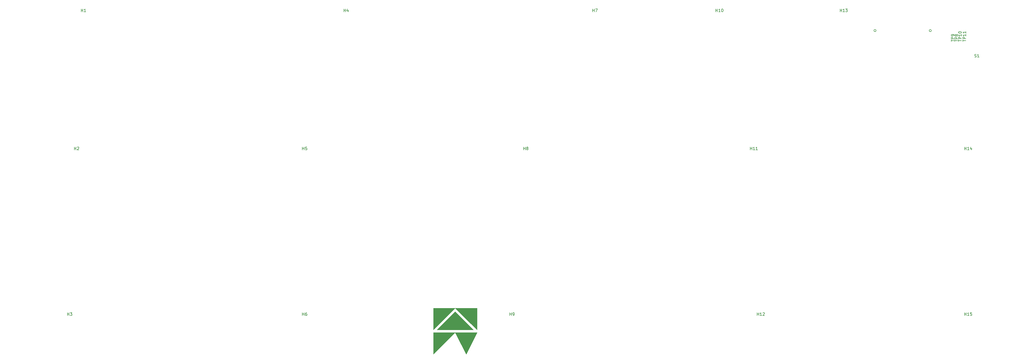
<source format=gto>
G04 #@! TF.GenerationSoftware,KiCad,Pcbnew,5.1.10-88a1d61d58~90~ubuntu21.04.1*
G04 #@! TF.CreationDate,2021-09-24T17:06:43+02:00*
G04 #@! TF.ProjectId,Keyboard_80_with_USB_HUB_V3,4b657962-6f61-4726-945f-3830255f7769,rev?*
G04 #@! TF.SameCoordinates,Original*
G04 #@! TF.FileFunction,Legend,Top*
G04 #@! TF.FilePolarity,Positive*
%FSLAX46Y46*%
G04 Gerber Fmt 4.6, Leading zero omitted, Abs format (unit mm)*
G04 Created by KiCad (PCBNEW 5.1.10-88a1d61d58~90~ubuntu21.04.1) date 2021-09-24 17:06:43*
%MOMM*%
%LPD*%
G01*
G04 APERTURE LIST*
%ADD10C,0.152400*%
%ADD11C,0.100000*%
%ADD12C,0.150000*%
%ADD13R,2.500000X2.500000*%
%ADD14C,3.000000*%
%ADD15C,3.987800*%
%ADD16C,4.500000*%
%ADD17C,2.819400*%
%ADD18C,1.498600*%
%ADD19O,1.200000X2.400000*%
%ADD20O,1.158000X2.316000*%
%ADD21C,0.630000*%
%ADD22C,3.048000*%
%ADD23C,0.750000*%
G04 APERTURE END LIST*
D10*
X291381000Y-540000D02*
G75*
G03*
X291381000Y-540000I-381000J0D01*
G01*
X310381000Y-540000D02*
G75*
G03*
X310381000Y-540000I-381000J0D01*
G01*
D11*
G36*
X139250000Y-103500000D02*
G01*
X139250000Y-96000000D01*
X146750000Y-96000000D01*
X139250000Y-103500000D01*
G37*
X139250000Y-103500000D02*
X139250000Y-96000000D01*
X146750000Y-96000000D01*
X139250000Y-103500000D01*
G36*
X154250000Y-103500000D02*
G01*
X146750000Y-96000000D01*
X154250000Y-96000000D01*
X154250000Y-103500000D01*
G37*
X154250000Y-103500000D02*
X146750000Y-96000000D01*
X154250000Y-96000000D01*
X154250000Y-103500000D01*
G36*
X139250000Y-111880000D02*
G01*
X139250000Y-104380000D01*
X146750000Y-104380000D01*
X139250000Y-111880000D01*
G37*
X139250000Y-111880000D02*
X139250000Y-104380000D01*
X146750000Y-104380000D01*
X139250000Y-111880000D01*
G36*
X150500000Y-111880000D02*
G01*
X146750000Y-104380000D01*
X154250000Y-104380000D01*
X150500000Y-111880000D01*
G37*
X150500000Y-111880000D02*
X146750000Y-104380000D01*
X154250000Y-104380000D01*
X150500000Y-111880000D01*
G36*
X153000000Y-103500000D02*
G01*
X140500000Y-103500000D01*
X146750000Y-97250000D01*
X153000000Y-103500000D01*
G37*
X153000000Y-103500000D02*
X140500000Y-103500000D01*
X146750000Y-97250000D01*
X153000000Y-103500000D01*
D12*
X325238095Y-9654761D02*
X325380952Y-9702380D01*
X325619047Y-9702380D01*
X325714285Y-9654761D01*
X325761904Y-9607142D01*
X325809523Y-9511904D01*
X325809523Y-9416666D01*
X325761904Y-9321428D01*
X325714285Y-9273809D01*
X325619047Y-9226190D01*
X325428571Y-9178571D01*
X325333333Y-9130952D01*
X325285714Y-9083333D01*
X325238095Y-8988095D01*
X325238095Y-8892857D01*
X325285714Y-8797619D01*
X325333333Y-8750000D01*
X325428571Y-8702380D01*
X325666666Y-8702380D01*
X325809523Y-8750000D01*
X326761904Y-9702380D02*
X326190476Y-9702380D01*
X326476190Y-9702380D02*
X326476190Y-8702380D01*
X326380952Y-8845238D01*
X326285714Y-8940476D01*
X326190476Y-8988095D01*
X1160714Y-105452380D02*
X1160714Y-104452380D01*
X1732142Y-105452380D02*
X1303571Y-104880952D01*
X1732142Y-104452380D02*
X1160714Y-105023809D01*
X2065476Y-104452380D02*
X2732142Y-104452380D01*
X2303571Y-105452380D01*
X3541666Y-104785714D02*
X3541666Y-105452380D01*
X3303571Y-104404761D02*
X3065476Y-105119047D01*
X3684523Y-105119047D01*
X24910714Y-105452380D02*
X24910714Y-104452380D01*
X25482142Y-105452380D02*
X25053571Y-104880952D01*
X25482142Y-104452380D02*
X24910714Y-105023809D01*
X25815476Y-104452380D02*
X26482142Y-104452380D01*
X26053571Y-105452380D01*
X27339285Y-104452380D02*
X26863095Y-104452380D01*
X26815476Y-104928571D01*
X26863095Y-104880952D01*
X26958333Y-104833333D01*
X27196428Y-104833333D01*
X27291666Y-104880952D01*
X27339285Y-104928571D01*
X27386904Y-105023809D01*
X27386904Y-105261904D01*
X27339285Y-105357142D01*
X27291666Y-105404761D01*
X27196428Y-105452380D01*
X26958333Y-105452380D01*
X26863095Y-105404761D01*
X26815476Y-105357142D01*
X48660714Y-105452380D02*
X48660714Y-104452380D01*
X49232142Y-105452380D02*
X48803571Y-104880952D01*
X49232142Y-104452380D02*
X48660714Y-105023809D01*
X49565476Y-104452380D02*
X50232142Y-104452380D01*
X49803571Y-105452380D01*
X51041666Y-104452380D02*
X50851190Y-104452380D01*
X50755952Y-104500000D01*
X50708333Y-104547619D01*
X50613095Y-104690476D01*
X50565476Y-104880952D01*
X50565476Y-105261904D01*
X50613095Y-105357142D01*
X50660714Y-105404761D01*
X50755952Y-105452380D01*
X50946428Y-105452380D01*
X51041666Y-105404761D01*
X51089285Y-105357142D01*
X51136904Y-105261904D01*
X51136904Y-105023809D01*
X51089285Y-104928571D01*
X51041666Y-104880952D01*
X50946428Y-104833333D01*
X50755952Y-104833333D01*
X50660714Y-104880952D01*
X50613095Y-104928571D01*
X50565476Y-105023809D01*
X191160714Y-105452380D02*
X191160714Y-104452380D01*
X191732142Y-105452380D02*
X191303571Y-104880952D01*
X191732142Y-104452380D02*
X191160714Y-105023809D01*
X192065476Y-104452380D02*
X192732142Y-104452380D01*
X192303571Y-105452380D01*
X193255952Y-104880952D02*
X193160714Y-104833333D01*
X193113095Y-104785714D01*
X193065476Y-104690476D01*
X193065476Y-104642857D01*
X193113095Y-104547619D01*
X193160714Y-104500000D01*
X193255952Y-104452380D01*
X193446428Y-104452380D01*
X193541666Y-104500000D01*
X193589285Y-104547619D01*
X193636904Y-104642857D01*
X193636904Y-104690476D01*
X193589285Y-104785714D01*
X193541666Y-104833333D01*
X193446428Y-104880952D01*
X193255952Y-104880952D01*
X193160714Y-104928571D01*
X193113095Y-104976190D01*
X193065476Y-105071428D01*
X193065476Y-105261904D01*
X193113095Y-105357142D01*
X193160714Y-105404761D01*
X193255952Y-105452380D01*
X193446428Y-105452380D01*
X193541666Y-105404761D01*
X193589285Y-105357142D01*
X193636904Y-105261904D01*
X193636904Y-105071428D01*
X193589285Y-104976190D01*
X193541666Y-104928571D01*
X193446428Y-104880952D01*
X214910714Y-105452380D02*
X214910714Y-104452380D01*
X215482142Y-105452380D02*
X215053571Y-104880952D01*
X215482142Y-104452380D02*
X214910714Y-105023809D01*
X215815476Y-104452380D02*
X216482142Y-104452380D01*
X216053571Y-105452380D01*
X216910714Y-105452380D02*
X217101190Y-105452380D01*
X217196428Y-105404761D01*
X217244047Y-105357142D01*
X217339285Y-105214285D01*
X217386904Y-105023809D01*
X217386904Y-104642857D01*
X217339285Y-104547619D01*
X217291666Y-104500000D01*
X217196428Y-104452380D01*
X217005952Y-104452380D01*
X216910714Y-104500000D01*
X216863095Y-104547619D01*
X216815476Y-104642857D01*
X216815476Y-104880952D01*
X216863095Y-104976190D01*
X216910714Y-105023809D01*
X217005952Y-105071428D01*
X217196428Y-105071428D01*
X217291666Y-105023809D01*
X217339285Y-104976190D01*
X217386904Y-104880952D01*
X238660714Y-105452380D02*
X238660714Y-104452380D01*
X239232142Y-105452380D02*
X238803571Y-104880952D01*
X239232142Y-104452380D02*
X238660714Y-105023809D01*
X239803571Y-104880952D02*
X239708333Y-104833333D01*
X239660714Y-104785714D01*
X239613095Y-104690476D01*
X239613095Y-104642857D01*
X239660714Y-104547619D01*
X239708333Y-104500000D01*
X239803571Y-104452380D01*
X239994047Y-104452380D01*
X240089285Y-104500000D01*
X240136904Y-104547619D01*
X240184523Y-104642857D01*
X240184523Y-104690476D01*
X240136904Y-104785714D01*
X240089285Y-104833333D01*
X239994047Y-104880952D01*
X239803571Y-104880952D01*
X239708333Y-104928571D01*
X239660714Y-104976190D01*
X239613095Y-105071428D01*
X239613095Y-105261904D01*
X239660714Y-105357142D01*
X239708333Y-105404761D01*
X239803571Y-105452380D01*
X239994047Y-105452380D01*
X240089285Y-105404761D01*
X240136904Y-105357142D01*
X240184523Y-105261904D01*
X240184523Y-105071428D01*
X240136904Y-104976190D01*
X240089285Y-104928571D01*
X239994047Y-104880952D01*
X240803571Y-104452380D02*
X240898809Y-104452380D01*
X240994047Y-104500000D01*
X241041666Y-104547619D01*
X241089285Y-104642857D01*
X241136904Y-104833333D01*
X241136904Y-105071428D01*
X241089285Y-105261904D01*
X241041666Y-105357142D01*
X240994047Y-105404761D01*
X240898809Y-105452380D01*
X240803571Y-105452380D01*
X240708333Y-105404761D01*
X240660714Y-105357142D01*
X240613095Y-105261904D01*
X240565476Y-105071428D01*
X240565476Y-104833333D01*
X240613095Y-104642857D01*
X240660714Y-104547619D01*
X240708333Y-104500000D01*
X240803571Y-104452380D01*
X262410714Y-105452380D02*
X262410714Y-104452380D01*
X262982142Y-105452380D02*
X262553571Y-104880952D01*
X262982142Y-104452380D02*
X262410714Y-105023809D01*
X263553571Y-104880952D02*
X263458333Y-104833333D01*
X263410714Y-104785714D01*
X263363095Y-104690476D01*
X263363095Y-104642857D01*
X263410714Y-104547619D01*
X263458333Y-104500000D01*
X263553571Y-104452380D01*
X263744047Y-104452380D01*
X263839285Y-104500000D01*
X263886904Y-104547619D01*
X263934523Y-104642857D01*
X263934523Y-104690476D01*
X263886904Y-104785714D01*
X263839285Y-104833333D01*
X263744047Y-104880952D01*
X263553571Y-104880952D01*
X263458333Y-104928571D01*
X263410714Y-104976190D01*
X263363095Y-105071428D01*
X263363095Y-105261904D01*
X263410714Y-105357142D01*
X263458333Y-105404761D01*
X263553571Y-105452380D01*
X263744047Y-105452380D01*
X263839285Y-105404761D01*
X263886904Y-105357142D01*
X263934523Y-105261904D01*
X263934523Y-105071428D01*
X263886904Y-104976190D01*
X263839285Y-104928571D01*
X263744047Y-104880952D01*
X264886904Y-105452380D02*
X264315476Y-105452380D01*
X264601190Y-105452380D02*
X264601190Y-104452380D01*
X264505952Y-104595238D01*
X264410714Y-104690476D01*
X264315476Y-104738095D01*
X-738095Y-952380D02*
X-738095Y47619D01*
X-166666Y-952380D02*
X-595238Y-380952D01*
X-166666Y47619D02*
X-738095Y-523809D01*
X785714Y-952380D02*
X214285Y-952380D01*
X499999Y-952380D02*
X499999Y47619D01*
X404761Y-95238D01*
X309523Y-190476D01*
X214285Y-238095D01*
X37261904Y-952380D02*
X37261904Y47619D01*
X37833333Y-952380D02*
X37404761Y-380952D01*
X37833333Y47619D02*
X37261904Y-523809D01*
X38214285Y-47619D02*
X38261904Y0D01*
X38357142Y47619D01*
X38595238Y47619D01*
X38690476Y0D01*
X38738095Y-47619D01*
X38785714Y-142857D01*
X38785714Y-238095D01*
X38738095Y-380952D01*
X38166666Y-952380D01*
X38785714Y-952380D01*
X56261904Y-952380D02*
X56261904Y47619D01*
X56833333Y-952380D02*
X56404761Y-380952D01*
X56833333Y47619D02*
X56261904Y-523809D01*
X57166666Y47619D02*
X57785714Y47619D01*
X57452380Y-333333D01*
X57595238Y-333333D01*
X57690476Y-380952D01*
X57738095Y-428571D01*
X57785714Y-523809D01*
X57785714Y-761904D01*
X57738095Y-857142D01*
X57690476Y-904761D01*
X57595238Y-952380D01*
X57309523Y-952380D01*
X57214285Y-904761D01*
X57166666Y-857142D01*
X75261904Y-952380D02*
X75261904Y47619D01*
X75833333Y-952380D02*
X75404761Y-380952D01*
X75833333Y47619D02*
X75261904Y-523809D01*
X76690476Y-285714D02*
X76690476Y-952380D01*
X76452380Y95238D02*
X76214285Y-619047D01*
X76833333Y-619047D01*
X94261904Y-952380D02*
X94261904Y47619D01*
X94833333Y-952380D02*
X94404761Y-380952D01*
X94833333Y47619D02*
X94261904Y-523809D01*
X95738095Y47619D02*
X95261904Y47619D01*
X95214285Y-428571D01*
X95261904Y-380952D01*
X95357142Y-333333D01*
X95595238Y-333333D01*
X95690476Y-380952D01*
X95738095Y-428571D01*
X95785714Y-523809D01*
X95785714Y-761904D01*
X95738095Y-857142D01*
X95690476Y-904761D01*
X95595238Y-952380D01*
X95357142Y-952380D01*
X95261904Y-904761D01*
X95214285Y-857142D01*
X122761904Y-952380D02*
X122761904Y47619D01*
X123333333Y-952380D02*
X122904761Y-380952D01*
X123333333Y47619D02*
X122761904Y-523809D01*
X124190476Y47619D02*
X124000000Y47619D01*
X123904761Y0D01*
X123857142Y-47619D01*
X123761904Y-190476D01*
X123714285Y-380952D01*
X123714285Y-761904D01*
X123761904Y-857142D01*
X123809523Y-904761D01*
X123904761Y-952380D01*
X124095238Y-952380D01*
X124190476Y-904761D01*
X124238095Y-857142D01*
X124285714Y-761904D01*
X124285714Y-523809D01*
X124238095Y-428571D01*
X124190476Y-380952D01*
X124095238Y-333333D01*
X123904761Y-333333D01*
X123809523Y-380952D01*
X123761904Y-428571D01*
X123714285Y-523809D01*
X141761904Y-952380D02*
X141761904Y47619D01*
X142333333Y-952380D02*
X141904761Y-380952D01*
X142333333Y47619D02*
X141761904Y-523809D01*
X142666666Y47619D02*
X143333333Y47619D01*
X142904761Y-952380D01*
X160761904Y-952380D02*
X160761904Y47619D01*
X161333333Y-952380D02*
X160904761Y-380952D01*
X161333333Y47619D02*
X160761904Y-523809D01*
X161904761Y-380952D02*
X161809523Y-333333D01*
X161761904Y-285714D01*
X161714285Y-190476D01*
X161714285Y-142857D01*
X161761904Y-47619D01*
X161809523Y0D01*
X161904761Y47619D01*
X162095238Y47619D01*
X162190476Y0D01*
X162238095Y-47619D01*
X162285714Y-142857D01*
X162285714Y-190476D01*
X162238095Y-285714D01*
X162190476Y-333333D01*
X162095238Y-380952D01*
X161904761Y-380952D01*
X161809523Y-428571D01*
X161761904Y-476190D01*
X161714285Y-571428D01*
X161714285Y-761904D01*
X161761904Y-857142D01*
X161809523Y-904761D01*
X161904761Y-952380D01*
X162095238Y-952380D01*
X162190476Y-904761D01*
X162238095Y-857142D01*
X162285714Y-761904D01*
X162285714Y-571428D01*
X162238095Y-476190D01*
X162190476Y-428571D01*
X162095238Y-380952D01*
X179761904Y-952380D02*
X179761904Y47619D01*
X180333333Y-952380D02*
X179904761Y-380952D01*
X180333333Y47619D02*
X179761904Y-523809D01*
X180809523Y-952380D02*
X181000000Y-952380D01*
X181095238Y-904761D01*
X181142857Y-857142D01*
X181238095Y-714285D01*
X181285714Y-523809D01*
X181285714Y-142857D01*
X181238095Y-47619D01*
X181190476Y0D01*
X181095238Y47619D01*
X180904761Y47619D01*
X180809523Y0D01*
X180761904Y-47619D01*
X180714285Y-142857D01*
X180714285Y-380952D01*
X180761904Y-476190D01*
X180809523Y-523809D01*
X180904761Y-571428D01*
X181095238Y-571428D01*
X181190476Y-523809D01*
X181238095Y-476190D01*
X181285714Y-380952D01*
X207785714Y-952380D02*
X207785714Y47619D01*
X208357142Y-952380D02*
X207928571Y-380952D01*
X208357142Y47619D02*
X207785714Y-523809D01*
X209309523Y-952380D02*
X208738095Y-952380D01*
X209023809Y-952380D02*
X209023809Y47619D01*
X208928571Y-95238D01*
X208833333Y-190476D01*
X208738095Y-238095D01*
X209928571Y47619D02*
X210023809Y47619D01*
X210119047Y0D01*
X210166666Y-47619D01*
X210214285Y-142857D01*
X210261904Y-333333D01*
X210261904Y-571428D01*
X210214285Y-761904D01*
X210166666Y-857142D01*
X210119047Y-904761D01*
X210023809Y-952380D01*
X209928571Y-952380D01*
X209833333Y-904761D01*
X209785714Y-857142D01*
X209738095Y-761904D01*
X209690476Y-571428D01*
X209690476Y-333333D01*
X209738095Y-142857D01*
X209785714Y-47619D01*
X209833333Y0D01*
X209928571Y47619D01*
X226785714Y-952380D02*
X226785714Y47619D01*
X227357142Y-952380D02*
X226928571Y-380952D01*
X227357142Y47619D02*
X226785714Y-523809D01*
X228309523Y-952380D02*
X227738095Y-952380D01*
X228023809Y-952380D02*
X228023809Y47619D01*
X227928571Y-95238D01*
X227833333Y-190476D01*
X227738095Y-238095D01*
X229261904Y-952380D02*
X228690476Y-952380D01*
X228976190Y-952380D02*
X228976190Y47619D01*
X228880952Y-95238D01*
X228785714Y-190476D01*
X228690476Y-238095D01*
X245785714Y-952380D02*
X245785714Y47619D01*
X246357142Y-952380D02*
X245928571Y-380952D01*
X246357142Y47619D02*
X245785714Y-523809D01*
X247309523Y-952380D02*
X246738095Y-952380D01*
X247023809Y-952380D02*
X247023809Y47619D01*
X246928571Y-95238D01*
X246833333Y-190476D01*
X246738095Y-238095D01*
X247690476Y-47619D02*
X247738095Y0D01*
X247833333Y47619D01*
X248071428Y47619D01*
X248166666Y0D01*
X248214285Y-47619D01*
X248261904Y-142857D01*
X248261904Y-238095D01*
X248214285Y-380952D01*
X247642857Y-952380D01*
X248261904Y-952380D01*
X264785714Y-952380D02*
X264785714Y47619D01*
X265357142Y-952380D02*
X264928571Y-380952D01*
X265357142Y47619D02*
X264785714Y-523809D01*
X266309523Y-952380D02*
X265738095Y-952380D01*
X266023809Y-952380D02*
X266023809Y47619D01*
X265928571Y-95238D01*
X265833333Y-190476D01*
X265738095Y-238095D01*
X266642857Y47619D02*
X267261904Y47619D01*
X266928571Y-333333D01*
X267071428Y-333333D01*
X267166666Y-380952D01*
X267214285Y-428571D01*
X267261904Y-523809D01*
X267261904Y-761904D01*
X267214285Y-857142D01*
X267166666Y-904761D01*
X267071428Y-952380D01*
X266785714Y-952380D01*
X266690476Y-904761D01*
X266642857Y-857142D01*
X-1214285Y-29452380D02*
X-1214285Y-28452380D01*
X-642857Y-29452380D02*
X-1071428Y-28880952D01*
X-642857Y-28452380D02*
X-1214285Y-29023809D01*
X309523Y-29452380D02*
X-261904Y-29452380D01*
X23809Y-29452380D02*
X23809Y-28452380D01*
X-71428Y-28595238D01*
X-166666Y-28690476D01*
X-261904Y-28738095D01*
X1166666Y-28785714D02*
X1166666Y-29452380D01*
X928571Y-28404761D02*
X690476Y-29119047D01*
X1309523Y-29119047D01*
X17785714Y-29452380D02*
X17785714Y-28452380D01*
X18357142Y-29452380D02*
X17928571Y-28880952D01*
X18357142Y-28452380D02*
X17785714Y-29023809D01*
X19309523Y-29452380D02*
X18738095Y-29452380D01*
X19023809Y-29452380D02*
X19023809Y-28452380D01*
X18928571Y-28595238D01*
X18833333Y-28690476D01*
X18738095Y-28738095D01*
X20214285Y-28452380D02*
X19738095Y-28452380D01*
X19690476Y-28928571D01*
X19738095Y-28880952D01*
X19833333Y-28833333D01*
X20071428Y-28833333D01*
X20166666Y-28880952D01*
X20214285Y-28928571D01*
X20261904Y-29023809D01*
X20261904Y-29261904D01*
X20214285Y-29357142D01*
X20166666Y-29404761D01*
X20071428Y-29452380D01*
X19833333Y-29452380D01*
X19738095Y-29404761D01*
X19690476Y-29357142D01*
X36785714Y-29452380D02*
X36785714Y-28452380D01*
X37357142Y-29452380D02*
X36928571Y-28880952D01*
X37357142Y-28452380D02*
X36785714Y-29023809D01*
X38309523Y-29452380D02*
X37738095Y-29452380D01*
X38023809Y-29452380D02*
X38023809Y-28452380D01*
X37928571Y-28595238D01*
X37833333Y-28690476D01*
X37738095Y-28738095D01*
X39166666Y-28452380D02*
X38976190Y-28452380D01*
X38880952Y-28500000D01*
X38833333Y-28547619D01*
X38738095Y-28690476D01*
X38690476Y-28880952D01*
X38690476Y-29261904D01*
X38738095Y-29357142D01*
X38785714Y-29404761D01*
X38880952Y-29452380D01*
X39071428Y-29452380D01*
X39166666Y-29404761D01*
X39214285Y-29357142D01*
X39261904Y-29261904D01*
X39261904Y-29023809D01*
X39214285Y-28928571D01*
X39166666Y-28880952D01*
X39071428Y-28833333D01*
X38880952Y-28833333D01*
X38785714Y-28880952D01*
X38738095Y-28928571D01*
X38690476Y-29023809D01*
X55785714Y-29452380D02*
X55785714Y-28452380D01*
X56357142Y-29452380D02*
X55928571Y-28880952D01*
X56357142Y-28452380D02*
X55785714Y-29023809D01*
X57309523Y-29452380D02*
X56738095Y-29452380D01*
X57023809Y-29452380D02*
X57023809Y-28452380D01*
X56928571Y-28595238D01*
X56833333Y-28690476D01*
X56738095Y-28738095D01*
X57642857Y-28452380D02*
X58309523Y-28452380D01*
X57880952Y-29452380D01*
X74785714Y-29452380D02*
X74785714Y-28452380D01*
X75357142Y-29452380D02*
X74928571Y-28880952D01*
X75357142Y-28452380D02*
X74785714Y-29023809D01*
X76309523Y-29452380D02*
X75738095Y-29452380D01*
X76023809Y-29452380D02*
X76023809Y-28452380D01*
X75928571Y-28595238D01*
X75833333Y-28690476D01*
X75738095Y-28738095D01*
X76880952Y-28880952D02*
X76785714Y-28833333D01*
X76738095Y-28785714D01*
X76690476Y-28690476D01*
X76690476Y-28642857D01*
X76738095Y-28547619D01*
X76785714Y-28500000D01*
X76880952Y-28452380D01*
X77071428Y-28452380D01*
X77166666Y-28500000D01*
X77214285Y-28547619D01*
X77261904Y-28642857D01*
X77261904Y-28690476D01*
X77214285Y-28785714D01*
X77166666Y-28833333D01*
X77071428Y-28880952D01*
X76880952Y-28880952D01*
X76785714Y-28928571D01*
X76738095Y-28976190D01*
X76690476Y-29071428D01*
X76690476Y-29261904D01*
X76738095Y-29357142D01*
X76785714Y-29404761D01*
X76880952Y-29452380D01*
X77071428Y-29452380D01*
X77166666Y-29404761D01*
X77214285Y-29357142D01*
X77261904Y-29261904D01*
X77261904Y-29071428D01*
X77214285Y-28976190D01*
X77166666Y-28928571D01*
X77071428Y-28880952D01*
X93785714Y-29452380D02*
X93785714Y-28452380D01*
X94357142Y-29452380D02*
X93928571Y-28880952D01*
X94357142Y-28452380D02*
X93785714Y-29023809D01*
X95309523Y-29452380D02*
X94738095Y-29452380D01*
X95023809Y-29452380D02*
X95023809Y-28452380D01*
X94928571Y-28595238D01*
X94833333Y-28690476D01*
X94738095Y-28738095D01*
X95785714Y-29452380D02*
X95976190Y-29452380D01*
X96071428Y-29404761D01*
X96119047Y-29357142D01*
X96214285Y-29214285D01*
X96261904Y-29023809D01*
X96261904Y-28642857D01*
X96214285Y-28547619D01*
X96166666Y-28500000D01*
X96071428Y-28452380D01*
X95880952Y-28452380D01*
X95785714Y-28500000D01*
X95738095Y-28547619D01*
X95690476Y-28642857D01*
X95690476Y-28880952D01*
X95738095Y-28976190D01*
X95785714Y-29023809D01*
X95880952Y-29071428D01*
X96071428Y-29071428D01*
X96166666Y-29023809D01*
X96214285Y-28976190D01*
X96261904Y-28880952D01*
X112785714Y-29452380D02*
X112785714Y-28452380D01*
X113357142Y-29452380D02*
X112928571Y-28880952D01*
X113357142Y-28452380D02*
X112785714Y-29023809D01*
X113738095Y-28547619D02*
X113785714Y-28500000D01*
X113880952Y-28452380D01*
X114119047Y-28452380D01*
X114214285Y-28500000D01*
X114261904Y-28547619D01*
X114309523Y-28642857D01*
X114309523Y-28738095D01*
X114261904Y-28880952D01*
X113690476Y-29452380D01*
X114309523Y-29452380D01*
X114928571Y-28452380D02*
X115023809Y-28452380D01*
X115119047Y-28500000D01*
X115166666Y-28547619D01*
X115214285Y-28642857D01*
X115261904Y-28833333D01*
X115261904Y-29071428D01*
X115214285Y-29261904D01*
X115166666Y-29357142D01*
X115119047Y-29404761D01*
X115023809Y-29452380D01*
X114928571Y-29452380D01*
X114833333Y-29404761D01*
X114785714Y-29357142D01*
X114738095Y-29261904D01*
X114690476Y-29071428D01*
X114690476Y-28833333D01*
X114738095Y-28642857D01*
X114785714Y-28547619D01*
X114833333Y-28500000D01*
X114928571Y-28452380D01*
X131785714Y-29452380D02*
X131785714Y-28452380D01*
X132357142Y-29452380D02*
X131928571Y-28880952D01*
X132357142Y-28452380D02*
X131785714Y-29023809D01*
X132738095Y-28547619D02*
X132785714Y-28500000D01*
X132880952Y-28452380D01*
X133119047Y-28452380D01*
X133214285Y-28500000D01*
X133261904Y-28547619D01*
X133309523Y-28642857D01*
X133309523Y-28738095D01*
X133261904Y-28880952D01*
X132690476Y-29452380D01*
X133309523Y-29452380D01*
X134261904Y-29452380D02*
X133690476Y-29452380D01*
X133976190Y-29452380D02*
X133976190Y-28452380D01*
X133880952Y-28595238D01*
X133785714Y-28690476D01*
X133690476Y-28738095D01*
X150785714Y-29452380D02*
X150785714Y-28452380D01*
X151357142Y-29452380D02*
X150928571Y-28880952D01*
X151357142Y-28452380D02*
X150785714Y-29023809D01*
X151738095Y-28547619D02*
X151785714Y-28500000D01*
X151880952Y-28452380D01*
X152119047Y-28452380D01*
X152214285Y-28500000D01*
X152261904Y-28547619D01*
X152309523Y-28642857D01*
X152309523Y-28738095D01*
X152261904Y-28880952D01*
X151690476Y-29452380D01*
X152309523Y-29452380D01*
X152690476Y-28547619D02*
X152738095Y-28500000D01*
X152833333Y-28452380D01*
X153071428Y-28452380D01*
X153166666Y-28500000D01*
X153214285Y-28547619D01*
X153261904Y-28642857D01*
X153261904Y-28738095D01*
X153214285Y-28880952D01*
X152642857Y-29452380D01*
X153261904Y-29452380D01*
X169785714Y-29452380D02*
X169785714Y-28452380D01*
X170357142Y-29452380D02*
X169928571Y-28880952D01*
X170357142Y-28452380D02*
X169785714Y-29023809D01*
X170738095Y-28547619D02*
X170785714Y-28500000D01*
X170880952Y-28452380D01*
X171119047Y-28452380D01*
X171214285Y-28500000D01*
X171261904Y-28547619D01*
X171309523Y-28642857D01*
X171309523Y-28738095D01*
X171261904Y-28880952D01*
X170690476Y-29452380D01*
X171309523Y-29452380D01*
X171642857Y-28452380D02*
X172261904Y-28452380D01*
X171928571Y-28833333D01*
X172071428Y-28833333D01*
X172166666Y-28880952D01*
X172214285Y-28928571D01*
X172261904Y-29023809D01*
X172261904Y-29261904D01*
X172214285Y-29357142D01*
X172166666Y-29404761D01*
X172071428Y-29452380D01*
X171785714Y-29452380D01*
X171690476Y-29404761D01*
X171642857Y-29357142D01*
X188785714Y-29452380D02*
X188785714Y-28452380D01*
X189357142Y-29452380D02*
X188928571Y-28880952D01*
X189357142Y-28452380D02*
X188785714Y-29023809D01*
X189738095Y-28547619D02*
X189785714Y-28500000D01*
X189880952Y-28452380D01*
X190119047Y-28452380D01*
X190214285Y-28500000D01*
X190261904Y-28547619D01*
X190309523Y-28642857D01*
X190309523Y-28738095D01*
X190261904Y-28880952D01*
X189690476Y-29452380D01*
X190309523Y-29452380D01*
X191166666Y-28785714D02*
X191166666Y-29452380D01*
X190928571Y-28404761D02*
X190690476Y-29119047D01*
X191309523Y-29119047D01*
X207785714Y-29452380D02*
X207785714Y-28452380D01*
X208357142Y-29452380D02*
X207928571Y-28880952D01*
X208357142Y-28452380D02*
X207785714Y-29023809D01*
X208738095Y-28547619D02*
X208785714Y-28500000D01*
X208880952Y-28452380D01*
X209119047Y-28452380D01*
X209214285Y-28500000D01*
X209261904Y-28547619D01*
X209309523Y-28642857D01*
X209309523Y-28738095D01*
X209261904Y-28880952D01*
X208690476Y-29452380D01*
X209309523Y-29452380D01*
X210214285Y-28452380D02*
X209738095Y-28452380D01*
X209690476Y-28928571D01*
X209738095Y-28880952D01*
X209833333Y-28833333D01*
X210071428Y-28833333D01*
X210166666Y-28880952D01*
X210214285Y-28928571D01*
X210261904Y-29023809D01*
X210261904Y-29261904D01*
X210214285Y-29357142D01*
X210166666Y-29404761D01*
X210071428Y-29452380D01*
X209833333Y-29452380D01*
X209738095Y-29404761D01*
X209690476Y-29357142D01*
X226785714Y-29452380D02*
X226785714Y-28452380D01*
X227357142Y-29452380D02*
X226928571Y-28880952D01*
X227357142Y-28452380D02*
X226785714Y-29023809D01*
X227738095Y-28547619D02*
X227785714Y-28500000D01*
X227880952Y-28452380D01*
X228119047Y-28452380D01*
X228214285Y-28500000D01*
X228261904Y-28547619D01*
X228309523Y-28642857D01*
X228309523Y-28738095D01*
X228261904Y-28880952D01*
X227690476Y-29452380D01*
X228309523Y-29452380D01*
X229166666Y-28452380D02*
X228976190Y-28452380D01*
X228880952Y-28500000D01*
X228833333Y-28547619D01*
X228738095Y-28690476D01*
X228690476Y-28880952D01*
X228690476Y-29261904D01*
X228738095Y-29357142D01*
X228785714Y-29404761D01*
X228880952Y-29452380D01*
X229071428Y-29452380D01*
X229166666Y-29404761D01*
X229214285Y-29357142D01*
X229261904Y-29261904D01*
X229261904Y-29023809D01*
X229214285Y-28928571D01*
X229166666Y-28880952D01*
X229071428Y-28833333D01*
X228880952Y-28833333D01*
X228785714Y-28880952D01*
X228738095Y-28928571D01*
X228690476Y-29023809D01*
X255285714Y-29452380D02*
X255285714Y-28452380D01*
X255857142Y-29452380D02*
X255428571Y-28880952D01*
X255857142Y-28452380D02*
X255285714Y-29023809D01*
X256238095Y-28547619D02*
X256285714Y-28500000D01*
X256380952Y-28452380D01*
X256619047Y-28452380D01*
X256714285Y-28500000D01*
X256761904Y-28547619D01*
X256809523Y-28642857D01*
X256809523Y-28738095D01*
X256761904Y-28880952D01*
X256190476Y-29452380D01*
X256809523Y-29452380D01*
X257142857Y-28452380D02*
X257809523Y-28452380D01*
X257380952Y-29452380D01*
X293285714Y-29452380D02*
X293285714Y-28452380D01*
X293857142Y-29452380D02*
X293428571Y-28880952D01*
X293857142Y-28452380D02*
X293285714Y-29023809D01*
X294238095Y-28547619D02*
X294285714Y-28500000D01*
X294380952Y-28452380D01*
X294619047Y-28452380D01*
X294714285Y-28500000D01*
X294761904Y-28547619D01*
X294809523Y-28642857D01*
X294809523Y-28738095D01*
X294761904Y-28880952D01*
X294190476Y-29452380D01*
X294809523Y-29452380D01*
X295380952Y-28880952D02*
X295285714Y-28833333D01*
X295238095Y-28785714D01*
X295190476Y-28690476D01*
X295190476Y-28642857D01*
X295238095Y-28547619D01*
X295285714Y-28500000D01*
X295380952Y-28452380D01*
X295571428Y-28452380D01*
X295666666Y-28500000D01*
X295714285Y-28547619D01*
X295761904Y-28642857D01*
X295761904Y-28690476D01*
X295714285Y-28785714D01*
X295666666Y-28833333D01*
X295571428Y-28880952D01*
X295380952Y-28880952D01*
X295285714Y-28928571D01*
X295238095Y-28976190D01*
X295190476Y-29071428D01*
X295190476Y-29261904D01*
X295238095Y-29357142D01*
X295285714Y-29404761D01*
X295380952Y-29452380D01*
X295571428Y-29452380D01*
X295666666Y-29404761D01*
X295714285Y-29357142D01*
X295761904Y-29261904D01*
X295761904Y-29071428D01*
X295714285Y-28976190D01*
X295666666Y-28928571D01*
X295571428Y-28880952D01*
X312285714Y-29452380D02*
X312285714Y-28452380D01*
X312857142Y-29452380D02*
X312428571Y-28880952D01*
X312857142Y-28452380D02*
X312285714Y-29023809D01*
X313238095Y-28547619D02*
X313285714Y-28500000D01*
X313380952Y-28452380D01*
X313619047Y-28452380D01*
X313714285Y-28500000D01*
X313761904Y-28547619D01*
X313809523Y-28642857D01*
X313809523Y-28738095D01*
X313761904Y-28880952D01*
X313190476Y-29452380D01*
X313809523Y-29452380D01*
X314285714Y-29452380D02*
X314476190Y-29452380D01*
X314571428Y-29404761D01*
X314619047Y-29357142D01*
X314714285Y-29214285D01*
X314761904Y-29023809D01*
X314761904Y-28642857D01*
X314714285Y-28547619D01*
X314666666Y-28500000D01*
X314571428Y-28452380D01*
X314380952Y-28452380D01*
X314285714Y-28500000D01*
X314238095Y-28547619D01*
X314190476Y-28642857D01*
X314190476Y-28880952D01*
X314238095Y-28976190D01*
X314285714Y-29023809D01*
X314380952Y-29071428D01*
X314571428Y-29071428D01*
X314666666Y-29023809D01*
X314714285Y-28976190D01*
X314761904Y-28880952D01*
X331285714Y-29452380D02*
X331285714Y-28452380D01*
X331857142Y-29452380D02*
X331428571Y-28880952D01*
X331857142Y-28452380D02*
X331285714Y-29023809D01*
X332190476Y-28452380D02*
X332809523Y-28452380D01*
X332476190Y-28833333D01*
X332619047Y-28833333D01*
X332714285Y-28880952D01*
X332761904Y-28928571D01*
X332809523Y-29023809D01*
X332809523Y-29261904D01*
X332761904Y-29357142D01*
X332714285Y-29404761D01*
X332619047Y-29452380D01*
X332333333Y-29452380D01*
X332238095Y-29404761D01*
X332190476Y-29357142D01*
X333428571Y-28452380D02*
X333523809Y-28452380D01*
X333619047Y-28500000D01*
X333666666Y-28547619D01*
X333714285Y-28642857D01*
X333761904Y-28833333D01*
X333761904Y-29071428D01*
X333714285Y-29261904D01*
X333666666Y-29357142D01*
X333619047Y-29404761D01*
X333523809Y-29452380D01*
X333428571Y-29452380D01*
X333333333Y-29404761D01*
X333285714Y-29357142D01*
X333238095Y-29261904D01*
X333190476Y-29071428D01*
X333190476Y-28833333D01*
X333238095Y-28642857D01*
X333285714Y-28547619D01*
X333333333Y-28500000D01*
X333428571Y-28452380D01*
X3535714Y-48452380D02*
X3535714Y-47452380D01*
X4107142Y-48452380D02*
X3678571Y-47880952D01*
X4107142Y-47452380D02*
X3535714Y-48023809D01*
X4440476Y-47452380D02*
X5059523Y-47452380D01*
X4726190Y-47833333D01*
X4869047Y-47833333D01*
X4964285Y-47880952D01*
X5011904Y-47928571D01*
X5059523Y-48023809D01*
X5059523Y-48261904D01*
X5011904Y-48357142D01*
X4964285Y-48404761D01*
X4869047Y-48452380D01*
X4583333Y-48452380D01*
X4488095Y-48404761D01*
X4440476Y-48357142D01*
X6011904Y-48452380D02*
X5440476Y-48452380D01*
X5726190Y-48452380D02*
X5726190Y-47452380D01*
X5630952Y-47595238D01*
X5535714Y-47690476D01*
X5440476Y-47738095D01*
X27285714Y-48452380D02*
X27285714Y-47452380D01*
X27857142Y-48452380D02*
X27428571Y-47880952D01*
X27857142Y-47452380D02*
X27285714Y-48023809D01*
X28190476Y-47452380D02*
X28809523Y-47452380D01*
X28476190Y-47833333D01*
X28619047Y-47833333D01*
X28714285Y-47880952D01*
X28761904Y-47928571D01*
X28809523Y-48023809D01*
X28809523Y-48261904D01*
X28761904Y-48357142D01*
X28714285Y-48404761D01*
X28619047Y-48452380D01*
X28333333Y-48452380D01*
X28238095Y-48404761D01*
X28190476Y-48357142D01*
X29190476Y-47547619D02*
X29238095Y-47500000D01*
X29333333Y-47452380D01*
X29571428Y-47452380D01*
X29666666Y-47500000D01*
X29714285Y-47547619D01*
X29761904Y-47642857D01*
X29761904Y-47738095D01*
X29714285Y-47880952D01*
X29142857Y-48452380D01*
X29761904Y-48452380D01*
X46345715Y-48452380D02*
X46345715Y-47452380D01*
X46917143Y-48452380D02*
X46488572Y-47880952D01*
X46917143Y-47452380D02*
X46345715Y-48023809D01*
X47250477Y-47452380D02*
X47869524Y-47452380D01*
X47536191Y-47833333D01*
X47679048Y-47833333D01*
X47774286Y-47880952D01*
X47821905Y-47928571D01*
X47869524Y-48023809D01*
X47869524Y-48261904D01*
X47821905Y-48357142D01*
X47774286Y-48404761D01*
X47679048Y-48452380D01*
X47393334Y-48452380D01*
X47298096Y-48404761D01*
X47250477Y-48357142D01*
X48202858Y-47452380D02*
X48821905Y-47452380D01*
X48488572Y-47833333D01*
X48631429Y-47833333D01*
X48726667Y-47880952D01*
X48774286Y-47928571D01*
X48821905Y-48023809D01*
X48821905Y-48261904D01*
X48774286Y-48357142D01*
X48726667Y-48404761D01*
X48631429Y-48452380D01*
X48345715Y-48452380D01*
X48250477Y-48404761D01*
X48202858Y-48357142D01*
X65285714Y-48452380D02*
X65285714Y-47452380D01*
X65857142Y-48452380D02*
X65428571Y-47880952D01*
X65857142Y-47452380D02*
X65285714Y-48023809D01*
X66190476Y-47452380D02*
X66809523Y-47452380D01*
X66476190Y-47833333D01*
X66619047Y-47833333D01*
X66714285Y-47880952D01*
X66761904Y-47928571D01*
X66809523Y-48023809D01*
X66809523Y-48261904D01*
X66761904Y-48357142D01*
X66714285Y-48404761D01*
X66619047Y-48452380D01*
X66333333Y-48452380D01*
X66238095Y-48404761D01*
X66190476Y-48357142D01*
X67666666Y-47785714D02*
X67666666Y-48452380D01*
X67428571Y-47404761D02*
X67190476Y-48119047D01*
X67809523Y-48119047D01*
X84285714Y-48452380D02*
X84285714Y-47452380D01*
X84857142Y-48452380D02*
X84428571Y-47880952D01*
X84857142Y-47452380D02*
X84285714Y-48023809D01*
X85190476Y-47452380D02*
X85809523Y-47452380D01*
X85476190Y-47833333D01*
X85619047Y-47833333D01*
X85714285Y-47880952D01*
X85761904Y-47928571D01*
X85809523Y-48023809D01*
X85809523Y-48261904D01*
X85761904Y-48357142D01*
X85714285Y-48404761D01*
X85619047Y-48452380D01*
X85333333Y-48452380D01*
X85238095Y-48404761D01*
X85190476Y-48357142D01*
X86714285Y-47452380D02*
X86238095Y-47452380D01*
X86190476Y-47928571D01*
X86238095Y-47880952D01*
X86333333Y-47833333D01*
X86571428Y-47833333D01*
X86666666Y-47880952D01*
X86714285Y-47928571D01*
X86761904Y-48023809D01*
X86761904Y-48261904D01*
X86714285Y-48357142D01*
X86666666Y-48404761D01*
X86571428Y-48452380D01*
X86333333Y-48452380D01*
X86238095Y-48404761D01*
X86190476Y-48357142D01*
X103285714Y-48452380D02*
X103285714Y-47452380D01*
X103857142Y-48452380D02*
X103428571Y-47880952D01*
X103857142Y-47452380D02*
X103285714Y-48023809D01*
X104190476Y-47452380D02*
X104809523Y-47452380D01*
X104476190Y-47833333D01*
X104619047Y-47833333D01*
X104714285Y-47880952D01*
X104761904Y-47928571D01*
X104809523Y-48023809D01*
X104809523Y-48261904D01*
X104761904Y-48357142D01*
X104714285Y-48404761D01*
X104619047Y-48452380D01*
X104333333Y-48452380D01*
X104238095Y-48404761D01*
X104190476Y-48357142D01*
X105666666Y-47452380D02*
X105476190Y-47452380D01*
X105380952Y-47500000D01*
X105333333Y-47547619D01*
X105238095Y-47690476D01*
X105190476Y-47880952D01*
X105190476Y-48261904D01*
X105238095Y-48357142D01*
X105285714Y-48404761D01*
X105380952Y-48452380D01*
X105571428Y-48452380D01*
X105666666Y-48404761D01*
X105714285Y-48357142D01*
X105761904Y-48261904D01*
X105761904Y-48023809D01*
X105714285Y-47928571D01*
X105666666Y-47880952D01*
X105571428Y-47833333D01*
X105380952Y-47833333D01*
X105285714Y-47880952D01*
X105238095Y-47928571D01*
X105190476Y-48023809D01*
X122285714Y-48452380D02*
X122285714Y-47452380D01*
X122857142Y-48452380D02*
X122428571Y-47880952D01*
X122857142Y-47452380D02*
X122285714Y-48023809D01*
X123190476Y-47452380D02*
X123809523Y-47452380D01*
X123476190Y-47833333D01*
X123619047Y-47833333D01*
X123714285Y-47880952D01*
X123761904Y-47928571D01*
X123809523Y-48023809D01*
X123809523Y-48261904D01*
X123761904Y-48357142D01*
X123714285Y-48404761D01*
X123619047Y-48452380D01*
X123333333Y-48452380D01*
X123238095Y-48404761D01*
X123190476Y-48357142D01*
X124142857Y-47452380D02*
X124809523Y-47452380D01*
X124380952Y-48452380D01*
X141285714Y-48452380D02*
X141285714Y-47452380D01*
X141857142Y-48452380D02*
X141428571Y-47880952D01*
X141857142Y-47452380D02*
X141285714Y-48023809D01*
X142190476Y-47452380D02*
X142809523Y-47452380D01*
X142476190Y-47833333D01*
X142619047Y-47833333D01*
X142714285Y-47880952D01*
X142761904Y-47928571D01*
X142809523Y-48023809D01*
X142809523Y-48261904D01*
X142761904Y-48357142D01*
X142714285Y-48404761D01*
X142619047Y-48452380D01*
X142333333Y-48452380D01*
X142238095Y-48404761D01*
X142190476Y-48357142D01*
X143380952Y-47880952D02*
X143285714Y-47833333D01*
X143238095Y-47785714D01*
X143190476Y-47690476D01*
X143190476Y-47642857D01*
X143238095Y-47547619D01*
X143285714Y-47500000D01*
X143380952Y-47452380D01*
X143571428Y-47452380D01*
X143666666Y-47500000D01*
X143714285Y-47547619D01*
X143761904Y-47642857D01*
X143761904Y-47690476D01*
X143714285Y-47785714D01*
X143666666Y-47833333D01*
X143571428Y-47880952D01*
X143380952Y-47880952D01*
X143285714Y-47928571D01*
X143238095Y-47976190D01*
X143190476Y-48071428D01*
X143190476Y-48261904D01*
X143238095Y-48357142D01*
X143285714Y-48404761D01*
X143380952Y-48452380D01*
X143571428Y-48452380D01*
X143666666Y-48404761D01*
X143714285Y-48357142D01*
X143761904Y-48261904D01*
X143761904Y-48071428D01*
X143714285Y-47976190D01*
X143666666Y-47928571D01*
X143571428Y-47880952D01*
X160285714Y-48452380D02*
X160285714Y-47452380D01*
X160857142Y-48452380D02*
X160428571Y-47880952D01*
X160857142Y-47452380D02*
X160285714Y-48023809D01*
X161190476Y-47452380D02*
X161809523Y-47452380D01*
X161476190Y-47833333D01*
X161619047Y-47833333D01*
X161714285Y-47880952D01*
X161761904Y-47928571D01*
X161809523Y-48023809D01*
X161809523Y-48261904D01*
X161761904Y-48357142D01*
X161714285Y-48404761D01*
X161619047Y-48452380D01*
X161333333Y-48452380D01*
X161238095Y-48404761D01*
X161190476Y-48357142D01*
X162285714Y-48452380D02*
X162476190Y-48452380D01*
X162571428Y-48404761D01*
X162619047Y-48357142D01*
X162714285Y-48214285D01*
X162761904Y-48023809D01*
X162761904Y-47642857D01*
X162714285Y-47547619D01*
X162666666Y-47500000D01*
X162571428Y-47452380D01*
X162380952Y-47452380D01*
X162285714Y-47500000D01*
X162238095Y-47547619D01*
X162190476Y-47642857D01*
X162190476Y-47880952D01*
X162238095Y-47976190D01*
X162285714Y-48023809D01*
X162380952Y-48071428D01*
X162571428Y-48071428D01*
X162666666Y-48023809D01*
X162714285Y-47976190D01*
X162761904Y-47880952D01*
X179285714Y-48452380D02*
X179285714Y-47452380D01*
X179857142Y-48452380D02*
X179428571Y-47880952D01*
X179857142Y-47452380D02*
X179285714Y-48023809D01*
X180714285Y-47785714D02*
X180714285Y-48452380D01*
X180476190Y-47404761D02*
X180238095Y-48119047D01*
X180857142Y-48119047D01*
X181428571Y-47452380D02*
X181523809Y-47452380D01*
X181619047Y-47500000D01*
X181666666Y-47547619D01*
X181714285Y-47642857D01*
X181761904Y-47833333D01*
X181761904Y-48071428D01*
X181714285Y-48261904D01*
X181666666Y-48357142D01*
X181619047Y-48404761D01*
X181523809Y-48452380D01*
X181428571Y-48452380D01*
X181333333Y-48404761D01*
X181285714Y-48357142D01*
X181238095Y-48261904D01*
X181190476Y-48071428D01*
X181190476Y-47833333D01*
X181238095Y-47642857D01*
X181285714Y-47547619D01*
X181333333Y-47500000D01*
X181428571Y-47452380D01*
X198285714Y-48452380D02*
X198285714Y-47452380D01*
X198857142Y-48452380D02*
X198428571Y-47880952D01*
X198857142Y-47452380D02*
X198285714Y-48023809D01*
X199714285Y-47785714D02*
X199714285Y-48452380D01*
X199476190Y-47404761D02*
X199238095Y-48119047D01*
X199857142Y-48119047D01*
X200761904Y-48452380D02*
X200190476Y-48452380D01*
X200476190Y-48452380D02*
X200476190Y-47452380D01*
X200380952Y-47595238D01*
X200285714Y-47690476D01*
X200190476Y-47738095D01*
X217285714Y-48452380D02*
X217285714Y-47452380D01*
X217857142Y-48452380D02*
X217428571Y-47880952D01*
X217857142Y-47452380D02*
X217285714Y-48023809D01*
X218714285Y-47785714D02*
X218714285Y-48452380D01*
X218476190Y-47404761D02*
X218238095Y-48119047D01*
X218857142Y-48119047D01*
X219190476Y-47547619D02*
X219238095Y-47500000D01*
X219333333Y-47452380D01*
X219571428Y-47452380D01*
X219666666Y-47500000D01*
X219714285Y-47547619D01*
X219761904Y-47642857D01*
X219761904Y-47738095D01*
X219714285Y-47880952D01*
X219142857Y-48452380D01*
X219761904Y-48452380D01*
X236285714Y-48452380D02*
X236285714Y-47452380D01*
X236857142Y-48452380D02*
X236428571Y-47880952D01*
X236857142Y-47452380D02*
X236285714Y-48023809D01*
X237714285Y-47785714D02*
X237714285Y-48452380D01*
X237476190Y-47404761D02*
X237238095Y-48119047D01*
X237857142Y-48119047D01*
X238142857Y-47452380D02*
X238761904Y-47452380D01*
X238428571Y-47833333D01*
X238571428Y-47833333D01*
X238666666Y-47880952D01*
X238714285Y-47928571D01*
X238761904Y-48023809D01*
X238761904Y-48261904D01*
X238714285Y-48357142D01*
X238666666Y-48404761D01*
X238571428Y-48452380D01*
X238285714Y-48452380D01*
X238190476Y-48404761D01*
X238142857Y-48357142D01*
X260035714Y-48452380D02*
X260035714Y-47452380D01*
X260607142Y-48452380D02*
X260178571Y-47880952D01*
X260607142Y-47452380D02*
X260035714Y-48023809D01*
X261464285Y-47785714D02*
X261464285Y-48452380D01*
X261226190Y-47404761D02*
X260988095Y-48119047D01*
X261607142Y-48119047D01*
X262416666Y-47785714D02*
X262416666Y-48452380D01*
X262178571Y-47404761D02*
X261940476Y-48119047D01*
X262559523Y-48119047D01*
X293285714Y-48452380D02*
X293285714Y-47452380D01*
X293857142Y-48452380D02*
X293428571Y-47880952D01*
X293857142Y-47452380D02*
X293285714Y-48023809D01*
X294714285Y-47785714D02*
X294714285Y-48452380D01*
X294476190Y-47404761D02*
X294238095Y-48119047D01*
X294857142Y-48119047D01*
X295714285Y-47452380D02*
X295238095Y-47452380D01*
X295190476Y-47928571D01*
X295238095Y-47880952D01*
X295333333Y-47833333D01*
X295571428Y-47833333D01*
X295666666Y-47880952D01*
X295714285Y-47928571D01*
X295761904Y-48023809D01*
X295761904Y-48261904D01*
X295714285Y-48357142D01*
X295666666Y-48404761D01*
X295571428Y-48452380D01*
X295333333Y-48452380D01*
X295238095Y-48404761D01*
X295190476Y-48357142D01*
X312285714Y-48452380D02*
X312285714Y-47452380D01*
X312857142Y-48452380D02*
X312428571Y-47880952D01*
X312857142Y-47452380D02*
X312285714Y-48023809D01*
X313714285Y-47785714D02*
X313714285Y-48452380D01*
X313476190Y-47404761D02*
X313238095Y-48119047D01*
X313857142Y-48119047D01*
X314666666Y-47452380D02*
X314476190Y-47452380D01*
X314380952Y-47500000D01*
X314333333Y-47547619D01*
X314238095Y-47690476D01*
X314190476Y-47880952D01*
X314190476Y-48261904D01*
X314238095Y-48357142D01*
X314285714Y-48404761D01*
X314380952Y-48452380D01*
X314571428Y-48452380D01*
X314666666Y-48404761D01*
X314714285Y-48357142D01*
X314761904Y-48261904D01*
X314761904Y-48023809D01*
X314714285Y-47928571D01*
X314666666Y-47880952D01*
X314571428Y-47833333D01*
X314380952Y-47833333D01*
X314285714Y-47880952D01*
X314238095Y-47928571D01*
X314190476Y-48023809D01*
X331285714Y-48452380D02*
X331285714Y-47452380D01*
X331857142Y-48452380D02*
X331428571Y-47880952D01*
X331857142Y-47452380D02*
X331285714Y-48023809D01*
X332714285Y-47785714D02*
X332714285Y-48452380D01*
X332476190Y-47404761D02*
X332238095Y-48119047D01*
X332857142Y-48119047D01*
X333142857Y-47452380D02*
X333809523Y-47452380D01*
X333380952Y-48452380D01*
X5910714Y-67452380D02*
X5910714Y-66452380D01*
X6482142Y-67452380D02*
X6053571Y-66880952D01*
X6482142Y-66452380D02*
X5910714Y-67023809D01*
X7339285Y-66785714D02*
X7339285Y-67452380D01*
X7101190Y-66404761D02*
X6863095Y-67119047D01*
X7482142Y-67119047D01*
X8005952Y-66880952D02*
X7910714Y-66833333D01*
X7863095Y-66785714D01*
X7815476Y-66690476D01*
X7815476Y-66642857D01*
X7863095Y-66547619D01*
X7910714Y-66500000D01*
X8005952Y-66452380D01*
X8196428Y-66452380D01*
X8291666Y-66500000D01*
X8339285Y-66547619D01*
X8386904Y-66642857D01*
X8386904Y-66690476D01*
X8339285Y-66785714D01*
X8291666Y-66833333D01*
X8196428Y-66880952D01*
X8005952Y-66880952D01*
X7910714Y-66928571D01*
X7863095Y-66976190D01*
X7815476Y-67071428D01*
X7815476Y-67261904D01*
X7863095Y-67357142D01*
X7910714Y-67404761D01*
X8005952Y-67452380D01*
X8196428Y-67452380D01*
X8291666Y-67404761D01*
X8339285Y-67357142D01*
X8386904Y-67261904D01*
X8386904Y-67071428D01*
X8339285Y-66976190D01*
X8291666Y-66928571D01*
X8196428Y-66880952D01*
X32035714Y-67452380D02*
X32035714Y-66452380D01*
X32607142Y-67452380D02*
X32178571Y-66880952D01*
X32607142Y-66452380D02*
X32035714Y-67023809D01*
X33464285Y-66785714D02*
X33464285Y-67452380D01*
X33226190Y-66404761D02*
X32988095Y-67119047D01*
X33607142Y-67119047D01*
X34035714Y-67452380D02*
X34226190Y-67452380D01*
X34321428Y-67404761D01*
X34369047Y-67357142D01*
X34464285Y-67214285D01*
X34511904Y-67023809D01*
X34511904Y-66642857D01*
X34464285Y-66547619D01*
X34416666Y-66500000D01*
X34321428Y-66452380D01*
X34130952Y-66452380D01*
X34035714Y-66500000D01*
X33988095Y-66547619D01*
X33940476Y-66642857D01*
X33940476Y-66880952D01*
X33988095Y-66976190D01*
X34035714Y-67023809D01*
X34130952Y-67071428D01*
X34321428Y-67071428D01*
X34416666Y-67023809D01*
X34464285Y-66976190D01*
X34511904Y-66880952D01*
X51035714Y-67452380D02*
X51035714Y-66452380D01*
X51607142Y-67452380D02*
X51178571Y-66880952D01*
X51607142Y-66452380D02*
X51035714Y-67023809D01*
X52511904Y-66452380D02*
X52035714Y-66452380D01*
X51988095Y-66928571D01*
X52035714Y-66880952D01*
X52130952Y-66833333D01*
X52369047Y-66833333D01*
X52464285Y-66880952D01*
X52511904Y-66928571D01*
X52559523Y-67023809D01*
X52559523Y-67261904D01*
X52511904Y-67357142D01*
X52464285Y-67404761D01*
X52369047Y-67452380D01*
X52130952Y-67452380D01*
X52035714Y-67404761D01*
X51988095Y-67357142D01*
X53178571Y-66452380D02*
X53273809Y-66452380D01*
X53369047Y-66500000D01*
X53416666Y-66547619D01*
X53464285Y-66642857D01*
X53511904Y-66833333D01*
X53511904Y-67071428D01*
X53464285Y-67261904D01*
X53416666Y-67357142D01*
X53369047Y-67404761D01*
X53273809Y-67452380D01*
X53178571Y-67452380D01*
X53083333Y-67404761D01*
X53035714Y-67357142D01*
X52988095Y-67261904D01*
X52940476Y-67071428D01*
X52940476Y-66833333D01*
X52988095Y-66642857D01*
X53035714Y-66547619D01*
X53083333Y-66500000D01*
X53178571Y-66452380D01*
X70035714Y-67452380D02*
X70035714Y-66452380D01*
X70607142Y-67452380D02*
X70178571Y-66880952D01*
X70607142Y-66452380D02*
X70035714Y-67023809D01*
X71511904Y-66452380D02*
X71035714Y-66452380D01*
X70988095Y-66928571D01*
X71035714Y-66880952D01*
X71130952Y-66833333D01*
X71369047Y-66833333D01*
X71464285Y-66880952D01*
X71511904Y-66928571D01*
X71559523Y-67023809D01*
X71559523Y-67261904D01*
X71511904Y-67357142D01*
X71464285Y-67404761D01*
X71369047Y-67452380D01*
X71130952Y-67452380D01*
X71035714Y-67404761D01*
X70988095Y-67357142D01*
X72511904Y-67452380D02*
X71940476Y-67452380D01*
X72226190Y-67452380D02*
X72226190Y-66452380D01*
X72130952Y-66595238D01*
X72035714Y-66690476D01*
X71940476Y-66738095D01*
X89035714Y-67452380D02*
X89035714Y-66452380D01*
X89607142Y-67452380D02*
X89178571Y-66880952D01*
X89607142Y-66452380D02*
X89035714Y-67023809D01*
X90511904Y-66452380D02*
X90035714Y-66452380D01*
X89988095Y-66928571D01*
X90035714Y-66880952D01*
X90130952Y-66833333D01*
X90369047Y-66833333D01*
X90464285Y-66880952D01*
X90511904Y-66928571D01*
X90559523Y-67023809D01*
X90559523Y-67261904D01*
X90511904Y-67357142D01*
X90464285Y-67404761D01*
X90369047Y-67452380D01*
X90130952Y-67452380D01*
X90035714Y-67404761D01*
X89988095Y-67357142D01*
X90940476Y-66547619D02*
X90988095Y-66500000D01*
X91083333Y-66452380D01*
X91321428Y-66452380D01*
X91416666Y-66500000D01*
X91464285Y-66547619D01*
X91511904Y-66642857D01*
X91511904Y-66738095D01*
X91464285Y-66880952D01*
X90892857Y-67452380D01*
X91511904Y-67452380D01*
X108035714Y-67452380D02*
X108035714Y-66452380D01*
X108607142Y-67452380D02*
X108178571Y-66880952D01*
X108607142Y-66452380D02*
X108035714Y-67023809D01*
X109511904Y-66452380D02*
X109035714Y-66452380D01*
X108988095Y-66928571D01*
X109035714Y-66880952D01*
X109130952Y-66833333D01*
X109369047Y-66833333D01*
X109464285Y-66880952D01*
X109511904Y-66928571D01*
X109559523Y-67023809D01*
X109559523Y-67261904D01*
X109511904Y-67357142D01*
X109464285Y-67404761D01*
X109369047Y-67452380D01*
X109130952Y-67452380D01*
X109035714Y-67404761D01*
X108988095Y-67357142D01*
X109892857Y-66452380D02*
X110511904Y-66452380D01*
X110178571Y-66833333D01*
X110321428Y-66833333D01*
X110416666Y-66880952D01*
X110464285Y-66928571D01*
X110511904Y-67023809D01*
X110511904Y-67261904D01*
X110464285Y-67357142D01*
X110416666Y-67404761D01*
X110321428Y-67452380D01*
X110035714Y-67452380D01*
X109940476Y-67404761D01*
X109892857Y-67357142D01*
X127035714Y-67452380D02*
X127035714Y-66452380D01*
X127607142Y-67452380D02*
X127178571Y-66880952D01*
X127607142Y-66452380D02*
X127035714Y-67023809D01*
X128511904Y-66452380D02*
X128035714Y-66452380D01*
X127988095Y-66928571D01*
X128035714Y-66880952D01*
X128130952Y-66833333D01*
X128369047Y-66833333D01*
X128464285Y-66880952D01*
X128511904Y-66928571D01*
X128559523Y-67023809D01*
X128559523Y-67261904D01*
X128511904Y-67357142D01*
X128464285Y-67404761D01*
X128369047Y-67452380D01*
X128130952Y-67452380D01*
X128035714Y-67404761D01*
X127988095Y-67357142D01*
X129416666Y-66785714D02*
X129416666Y-67452380D01*
X129178571Y-66404761D02*
X128940476Y-67119047D01*
X129559523Y-67119047D01*
X146035714Y-67452380D02*
X146035714Y-66452380D01*
X146607142Y-67452380D02*
X146178571Y-66880952D01*
X146607142Y-66452380D02*
X146035714Y-67023809D01*
X147511904Y-66452380D02*
X147035714Y-66452380D01*
X146988095Y-66928571D01*
X147035714Y-66880952D01*
X147130952Y-66833333D01*
X147369047Y-66833333D01*
X147464285Y-66880952D01*
X147511904Y-66928571D01*
X147559523Y-67023809D01*
X147559523Y-67261904D01*
X147511904Y-67357142D01*
X147464285Y-67404761D01*
X147369047Y-67452380D01*
X147130952Y-67452380D01*
X147035714Y-67404761D01*
X146988095Y-67357142D01*
X148464285Y-66452380D02*
X147988095Y-66452380D01*
X147940476Y-66928571D01*
X147988095Y-66880952D01*
X148083333Y-66833333D01*
X148321428Y-66833333D01*
X148416666Y-66880952D01*
X148464285Y-66928571D01*
X148511904Y-67023809D01*
X148511904Y-67261904D01*
X148464285Y-67357142D01*
X148416666Y-67404761D01*
X148321428Y-67452380D01*
X148083333Y-67452380D01*
X147988095Y-67404761D01*
X147940476Y-67357142D01*
X165035714Y-67452380D02*
X165035714Y-66452380D01*
X165607142Y-67452380D02*
X165178571Y-66880952D01*
X165607142Y-66452380D02*
X165035714Y-67023809D01*
X166511904Y-66452380D02*
X166035714Y-66452380D01*
X165988095Y-66928571D01*
X166035714Y-66880952D01*
X166130952Y-66833333D01*
X166369047Y-66833333D01*
X166464285Y-66880952D01*
X166511904Y-66928571D01*
X166559523Y-67023809D01*
X166559523Y-67261904D01*
X166511904Y-67357142D01*
X166464285Y-67404761D01*
X166369047Y-67452380D01*
X166130952Y-67452380D01*
X166035714Y-67404761D01*
X165988095Y-67357142D01*
X167416666Y-66452380D02*
X167226190Y-66452380D01*
X167130952Y-66500000D01*
X167083333Y-66547619D01*
X166988095Y-66690476D01*
X166940476Y-66880952D01*
X166940476Y-67261904D01*
X166988095Y-67357142D01*
X167035714Y-67404761D01*
X167130952Y-67452380D01*
X167321428Y-67452380D01*
X167416666Y-67404761D01*
X167464285Y-67357142D01*
X167511904Y-67261904D01*
X167511904Y-67023809D01*
X167464285Y-66928571D01*
X167416666Y-66880952D01*
X167321428Y-66833333D01*
X167130952Y-66833333D01*
X167035714Y-66880952D01*
X166988095Y-66928571D01*
X166940476Y-67023809D01*
X184035714Y-67452380D02*
X184035714Y-66452380D01*
X184607142Y-67452380D02*
X184178571Y-66880952D01*
X184607142Y-66452380D02*
X184035714Y-67023809D01*
X185511904Y-66452380D02*
X185035714Y-66452380D01*
X184988095Y-66928571D01*
X185035714Y-66880952D01*
X185130952Y-66833333D01*
X185369047Y-66833333D01*
X185464285Y-66880952D01*
X185511904Y-66928571D01*
X185559523Y-67023809D01*
X185559523Y-67261904D01*
X185511904Y-67357142D01*
X185464285Y-67404761D01*
X185369047Y-67452380D01*
X185130952Y-67452380D01*
X185035714Y-67404761D01*
X184988095Y-67357142D01*
X185892857Y-66452380D02*
X186559523Y-66452380D01*
X186130952Y-67452380D01*
X203035714Y-67452380D02*
X203035714Y-66452380D01*
X203607142Y-67452380D02*
X203178571Y-66880952D01*
X203607142Y-66452380D02*
X203035714Y-67023809D01*
X204511904Y-66452380D02*
X204035714Y-66452380D01*
X203988095Y-66928571D01*
X204035714Y-66880952D01*
X204130952Y-66833333D01*
X204369047Y-66833333D01*
X204464285Y-66880952D01*
X204511904Y-66928571D01*
X204559523Y-67023809D01*
X204559523Y-67261904D01*
X204511904Y-67357142D01*
X204464285Y-67404761D01*
X204369047Y-67452380D01*
X204130952Y-67452380D01*
X204035714Y-67404761D01*
X203988095Y-67357142D01*
X205130952Y-66880952D02*
X205035714Y-66833333D01*
X204988095Y-66785714D01*
X204940476Y-66690476D01*
X204940476Y-66642857D01*
X204988095Y-66547619D01*
X205035714Y-66500000D01*
X205130952Y-66452380D01*
X205321428Y-66452380D01*
X205416666Y-66500000D01*
X205464285Y-66547619D01*
X205511904Y-66642857D01*
X205511904Y-66690476D01*
X205464285Y-66785714D01*
X205416666Y-66833333D01*
X205321428Y-66880952D01*
X205130952Y-66880952D01*
X205035714Y-66928571D01*
X204988095Y-66976190D01*
X204940476Y-67071428D01*
X204940476Y-67261904D01*
X204988095Y-67357142D01*
X205035714Y-67404761D01*
X205130952Y-67452380D01*
X205321428Y-67452380D01*
X205416666Y-67404761D01*
X205464285Y-67357142D01*
X205511904Y-67261904D01*
X205511904Y-67071428D01*
X205464285Y-66976190D01*
X205416666Y-66928571D01*
X205321428Y-66880952D01*
X222035714Y-67452380D02*
X222035714Y-66452380D01*
X222607142Y-67452380D02*
X222178571Y-66880952D01*
X222607142Y-66452380D02*
X222035714Y-67023809D01*
X223511904Y-66452380D02*
X223035714Y-66452380D01*
X222988095Y-66928571D01*
X223035714Y-66880952D01*
X223130952Y-66833333D01*
X223369047Y-66833333D01*
X223464285Y-66880952D01*
X223511904Y-66928571D01*
X223559523Y-67023809D01*
X223559523Y-67261904D01*
X223511904Y-67357142D01*
X223464285Y-67404761D01*
X223369047Y-67452380D01*
X223130952Y-67452380D01*
X223035714Y-67404761D01*
X222988095Y-67357142D01*
X224035714Y-67452380D02*
X224226190Y-67452380D01*
X224321428Y-67404761D01*
X224369047Y-67357142D01*
X224464285Y-67214285D01*
X224511904Y-67023809D01*
X224511904Y-66642857D01*
X224464285Y-66547619D01*
X224416666Y-66500000D01*
X224321428Y-66452380D01*
X224130952Y-66452380D01*
X224035714Y-66500000D01*
X223988095Y-66547619D01*
X223940476Y-66642857D01*
X223940476Y-66880952D01*
X223988095Y-66976190D01*
X224035714Y-67023809D01*
X224130952Y-67071428D01*
X224321428Y-67071428D01*
X224416666Y-67023809D01*
X224464285Y-66976190D01*
X224511904Y-66880952D01*
X252910714Y-67452380D02*
X252910714Y-66452380D01*
X253482142Y-67452380D02*
X253053571Y-66880952D01*
X253482142Y-66452380D02*
X252910714Y-67023809D01*
X254339285Y-66452380D02*
X254148809Y-66452380D01*
X254053571Y-66500000D01*
X254005952Y-66547619D01*
X253910714Y-66690476D01*
X253863095Y-66880952D01*
X253863095Y-67261904D01*
X253910714Y-67357142D01*
X253958333Y-67404761D01*
X254053571Y-67452380D01*
X254244047Y-67452380D01*
X254339285Y-67404761D01*
X254386904Y-67357142D01*
X254434523Y-67261904D01*
X254434523Y-67023809D01*
X254386904Y-66928571D01*
X254339285Y-66880952D01*
X254244047Y-66833333D01*
X254053571Y-66833333D01*
X253958333Y-66880952D01*
X253910714Y-66928571D01*
X253863095Y-67023809D01*
X255053571Y-66452380D02*
X255148809Y-66452380D01*
X255244047Y-66500000D01*
X255291666Y-66547619D01*
X255339285Y-66642857D01*
X255386904Y-66833333D01*
X255386904Y-67071428D01*
X255339285Y-67261904D01*
X255291666Y-67357142D01*
X255244047Y-67404761D01*
X255148809Y-67452380D01*
X255053571Y-67452380D01*
X254958333Y-67404761D01*
X254910714Y-67357142D01*
X254863095Y-67261904D01*
X254815476Y-67071428D01*
X254815476Y-66833333D01*
X254863095Y-66642857D01*
X254910714Y-66547619D01*
X254958333Y-66500000D01*
X255053571Y-66452380D01*
X10660714Y-86452380D02*
X10660714Y-85452380D01*
X11232142Y-86452380D02*
X10803571Y-85880952D01*
X11232142Y-85452380D02*
X10660714Y-86023809D01*
X12089285Y-85452380D02*
X11898809Y-85452380D01*
X11803571Y-85500000D01*
X11755952Y-85547619D01*
X11660714Y-85690476D01*
X11613095Y-85880952D01*
X11613095Y-86261904D01*
X11660714Y-86357142D01*
X11708333Y-86404761D01*
X11803571Y-86452380D01*
X11994047Y-86452380D01*
X12089285Y-86404761D01*
X12136904Y-86357142D01*
X12184523Y-86261904D01*
X12184523Y-86023809D01*
X12136904Y-85928571D01*
X12089285Y-85880952D01*
X11994047Y-85833333D01*
X11803571Y-85833333D01*
X11708333Y-85880952D01*
X11660714Y-85928571D01*
X11613095Y-86023809D01*
X13136904Y-86452380D02*
X12565476Y-86452380D01*
X12851190Y-86452380D02*
X12851190Y-85452380D01*
X12755952Y-85595238D01*
X12660714Y-85690476D01*
X12565476Y-85738095D01*
X41535714Y-86452380D02*
X41535714Y-85452380D01*
X42107142Y-86452380D02*
X41678571Y-85880952D01*
X42107142Y-85452380D02*
X41535714Y-86023809D01*
X42964285Y-85452380D02*
X42773809Y-85452380D01*
X42678571Y-85500000D01*
X42630952Y-85547619D01*
X42535714Y-85690476D01*
X42488095Y-85880952D01*
X42488095Y-86261904D01*
X42535714Y-86357142D01*
X42583333Y-86404761D01*
X42678571Y-86452380D01*
X42869047Y-86452380D01*
X42964285Y-86404761D01*
X43011904Y-86357142D01*
X43059523Y-86261904D01*
X43059523Y-86023809D01*
X43011904Y-85928571D01*
X42964285Y-85880952D01*
X42869047Y-85833333D01*
X42678571Y-85833333D01*
X42583333Y-85880952D01*
X42535714Y-85928571D01*
X42488095Y-86023809D01*
X43440476Y-85547619D02*
X43488095Y-85500000D01*
X43583333Y-85452380D01*
X43821428Y-85452380D01*
X43916666Y-85500000D01*
X43964285Y-85547619D01*
X44011904Y-85642857D01*
X44011904Y-85738095D01*
X43964285Y-85880952D01*
X43392857Y-86452380D01*
X44011904Y-86452380D01*
X60535714Y-86452380D02*
X60535714Y-85452380D01*
X61107142Y-86452380D02*
X60678571Y-85880952D01*
X61107142Y-85452380D02*
X60535714Y-86023809D01*
X61964285Y-85452380D02*
X61773809Y-85452380D01*
X61678571Y-85500000D01*
X61630952Y-85547619D01*
X61535714Y-85690476D01*
X61488095Y-85880952D01*
X61488095Y-86261904D01*
X61535714Y-86357142D01*
X61583333Y-86404761D01*
X61678571Y-86452380D01*
X61869047Y-86452380D01*
X61964285Y-86404761D01*
X62011904Y-86357142D01*
X62059523Y-86261904D01*
X62059523Y-86023809D01*
X62011904Y-85928571D01*
X61964285Y-85880952D01*
X61869047Y-85833333D01*
X61678571Y-85833333D01*
X61583333Y-85880952D01*
X61535714Y-85928571D01*
X61488095Y-86023809D01*
X62392857Y-85452380D02*
X63011904Y-85452380D01*
X62678571Y-85833333D01*
X62821428Y-85833333D01*
X62916666Y-85880952D01*
X62964285Y-85928571D01*
X63011904Y-86023809D01*
X63011904Y-86261904D01*
X62964285Y-86357142D01*
X62916666Y-86404761D01*
X62821428Y-86452380D01*
X62535714Y-86452380D01*
X62440476Y-86404761D01*
X62392857Y-86357142D01*
X79535714Y-86452380D02*
X79535714Y-85452380D01*
X80107142Y-86452380D02*
X79678571Y-85880952D01*
X80107142Y-85452380D02*
X79535714Y-86023809D01*
X80964285Y-85452380D02*
X80773809Y-85452380D01*
X80678571Y-85500000D01*
X80630952Y-85547619D01*
X80535714Y-85690476D01*
X80488095Y-85880952D01*
X80488095Y-86261904D01*
X80535714Y-86357142D01*
X80583333Y-86404761D01*
X80678571Y-86452380D01*
X80869047Y-86452380D01*
X80964285Y-86404761D01*
X81011904Y-86357142D01*
X81059523Y-86261904D01*
X81059523Y-86023809D01*
X81011904Y-85928571D01*
X80964285Y-85880952D01*
X80869047Y-85833333D01*
X80678571Y-85833333D01*
X80583333Y-85880952D01*
X80535714Y-85928571D01*
X80488095Y-86023809D01*
X81916666Y-85785714D02*
X81916666Y-86452380D01*
X81678571Y-85404761D02*
X81440476Y-86119047D01*
X82059523Y-86119047D01*
X98535714Y-86452380D02*
X98535714Y-85452380D01*
X99107142Y-86452380D02*
X98678571Y-85880952D01*
X99107142Y-85452380D02*
X98535714Y-86023809D01*
X99964285Y-85452380D02*
X99773809Y-85452380D01*
X99678571Y-85500000D01*
X99630952Y-85547619D01*
X99535714Y-85690476D01*
X99488095Y-85880952D01*
X99488095Y-86261904D01*
X99535714Y-86357142D01*
X99583333Y-86404761D01*
X99678571Y-86452380D01*
X99869047Y-86452380D01*
X99964285Y-86404761D01*
X100011904Y-86357142D01*
X100059523Y-86261904D01*
X100059523Y-86023809D01*
X100011904Y-85928571D01*
X99964285Y-85880952D01*
X99869047Y-85833333D01*
X99678571Y-85833333D01*
X99583333Y-85880952D01*
X99535714Y-85928571D01*
X99488095Y-86023809D01*
X100964285Y-85452380D02*
X100488095Y-85452380D01*
X100440476Y-85928571D01*
X100488095Y-85880952D01*
X100583333Y-85833333D01*
X100821428Y-85833333D01*
X100916666Y-85880952D01*
X100964285Y-85928571D01*
X101011904Y-86023809D01*
X101011904Y-86261904D01*
X100964285Y-86357142D01*
X100916666Y-86404761D01*
X100821428Y-86452380D01*
X100583333Y-86452380D01*
X100488095Y-86404761D01*
X100440476Y-86357142D01*
X117535714Y-86452380D02*
X117535714Y-85452380D01*
X118107142Y-86452380D02*
X117678571Y-85880952D01*
X118107142Y-85452380D02*
X117535714Y-86023809D01*
X118964285Y-85452380D02*
X118773809Y-85452380D01*
X118678571Y-85500000D01*
X118630952Y-85547619D01*
X118535714Y-85690476D01*
X118488095Y-85880952D01*
X118488095Y-86261904D01*
X118535714Y-86357142D01*
X118583333Y-86404761D01*
X118678571Y-86452380D01*
X118869047Y-86452380D01*
X118964285Y-86404761D01*
X119011904Y-86357142D01*
X119059523Y-86261904D01*
X119059523Y-86023809D01*
X119011904Y-85928571D01*
X118964285Y-85880952D01*
X118869047Y-85833333D01*
X118678571Y-85833333D01*
X118583333Y-85880952D01*
X118535714Y-85928571D01*
X118488095Y-86023809D01*
X119916666Y-85452380D02*
X119726190Y-85452380D01*
X119630952Y-85500000D01*
X119583333Y-85547619D01*
X119488095Y-85690476D01*
X119440476Y-85880952D01*
X119440476Y-86261904D01*
X119488095Y-86357142D01*
X119535714Y-86404761D01*
X119630952Y-86452380D01*
X119821428Y-86452380D01*
X119916666Y-86404761D01*
X119964285Y-86357142D01*
X120011904Y-86261904D01*
X120011904Y-86023809D01*
X119964285Y-85928571D01*
X119916666Y-85880952D01*
X119821428Y-85833333D01*
X119630952Y-85833333D01*
X119535714Y-85880952D01*
X119488095Y-85928571D01*
X119440476Y-86023809D01*
X136535714Y-86452380D02*
X136535714Y-85452380D01*
X137107142Y-86452380D02*
X136678571Y-85880952D01*
X137107142Y-85452380D02*
X136535714Y-86023809D01*
X137964285Y-85452380D02*
X137773809Y-85452380D01*
X137678571Y-85500000D01*
X137630952Y-85547619D01*
X137535714Y-85690476D01*
X137488095Y-85880952D01*
X137488095Y-86261904D01*
X137535714Y-86357142D01*
X137583333Y-86404761D01*
X137678571Y-86452380D01*
X137869047Y-86452380D01*
X137964285Y-86404761D01*
X138011904Y-86357142D01*
X138059523Y-86261904D01*
X138059523Y-86023809D01*
X138011904Y-85928571D01*
X137964285Y-85880952D01*
X137869047Y-85833333D01*
X137678571Y-85833333D01*
X137583333Y-85880952D01*
X137535714Y-85928571D01*
X137488095Y-86023809D01*
X138392857Y-85452380D02*
X139059523Y-85452380D01*
X138630952Y-86452380D01*
X155535714Y-86452380D02*
X155535714Y-85452380D01*
X156107142Y-86452380D02*
X155678571Y-85880952D01*
X156107142Y-85452380D02*
X155535714Y-86023809D01*
X156964285Y-85452380D02*
X156773809Y-85452380D01*
X156678571Y-85500000D01*
X156630952Y-85547619D01*
X156535714Y-85690476D01*
X156488095Y-85880952D01*
X156488095Y-86261904D01*
X156535714Y-86357142D01*
X156583333Y-86404761D01*
X156678571Y-86452380D01*
X156869047Y-86452380D01*
X156964285Y-86404761D01*
X157011904Y-86357142D01*
X157059523Y-86261904D01*
X157059523Y-86023809D01*
X157011904Y-85928571D01*
X156964285Y-85880952D01*
X156869047Y-85833333D01*
X156678571Y-85833333D01*
X156583333Y-85880952D01*
X156535714Y-85928571D01*
X156488095Y-86023809D01*
X157630952Y-85880952D02*
X157535714Y-85833333D01*
X157488095Y-85785714D01*
X157440476Y-85690476D01*
X157440476Y-85642857D01*
X157488095Y-85547619D01*
X157535714Y-85500000D01*
X157630952Y-85452380D01*
X157821428Y-85452380D01*
X157916666Y-85500000D01*
X157964285Y-85547619D01*
X158011904Y-85642857D01*
X158011904Y-85690476D01*
X157964285Y-85785714D01*
X157916666Y-85833333D01*
X157821428Y-85880952D01*
X157630952Y-85880952D01*
X157535714Y-85928571D01*
X157488095Y-85976190D01*
X157440476Y-86071428D01*
X157440476Y-86261904D01*
X157488095Y-86357142D01*
X157535714Y-86404761D01*
X157630952Y-86452380D01*
X157821428Y-86452380D01*
X157916666Y-86404761D01*
X157964285Y-86357142D01*
X158011904Y-86261904D01*
X158011904Y-86071428D01*
X157964285Y-85976190D01*
X157916666Y-85928571D01*
X157821428Y-85880952D01*
X174535714Y-86452380D02*
X174535714Y-85452380D01*
X175107142Y-86452380D02*
X174678571Y-85880952D01*
X175107142Y-85452380D02*
X174535714Y-86023809D01*
X175964285Y-85452380D02*
X175773809Y-85452380D01*
X175678571Y-85500000D01*
X175630952Y-85547619D01*
X175535714Y-85690476D01*
X175488095Y-85880952D01*
X175488095Y-86261904D01*
X175535714Y-86357142D01*
X175583333Y-86404761D01*
X175678571Y-86452380D01*
X175869047Y-86452380D01*
X175964285Y-86404761D01*
X176011904Y-86357142D01*
X176059523Y-86261904D01*
X176059523Y-86023809D01*
X176011904Y-85928571D01*
X175964285Y-85880952D01*
X175869047Y-85833333D01*
X175678571Y-85833333D01*
X175583333Y-85880952D01*
X175535714Y-85928571D01*
X175488095Y-86023809D01*
X176535714Y-86452380D02*
X176726190Y-86452380D01*
X176821428Y-86404761D01*
X176869047Y-86357142D01*
X176964285Y-86214285D01*
X177011904Y-86023809D01*
X177011904Y-85642857D01*
X176964285Y-85547619D01*
X176916666Y-85500000D01*
X176821428Y-85452380D01*
X176630952Y-85452380D01*
X176535714Y-85500000D01*
X176488095Y-85547619D01*
X176440476Y-85642857D01*
X176440476Y-85880952D01*
X176488095Y-85976190D01*
X176535714Y-86023809D01*
X176630952Y-86071428D01*
X176821428Y-86071428D01*
X176916666Y-86023809D01*
X176964285Y-85976190D01*
X177011904Y-85880952D01*
X193535714Y-86452380D02*
X193535714Y-85452380D01*
X194107142Y-86452380D02*
X193678571Y-85880952D01*
X194107142Y-85452380D02*
X193535714Y-86023809D01*
X194440476Y-85452380D02*
X195107142Y-85452380D01*
X194678571Y-86452380D01*
X195678571Y-85452380D02*
X195773809Y-85452380D01*
X195869047Y-85500000D01*
X195916666Y-85547619D01*
X195964285Y-85642857D01*
X196011904Y-85833333D01*
X196011904Y-86071428D01*
X195964285Y-86261904D01*
X195916666Y-86357142D01*
X195869047Y-86404761D01*
X195773809Y-86452380D01*
X195678571Y-86452380D01*
X195583333Y-86404761D01*
X195535714Y-86357142D01*
X195488095Y-86261904D01*
X195440476Y-86071428D01*
X195440476Y-85833333D01*
X195488095Y-85642857D01*
X195535714Y-85547619D01*
X195583333Y-85500000D01*
X195678571Y-85452380D01*
X212535714Y-86452380D02*
X212535714Y-85452380D01*
X213107142Y-86452380D02*
X212678571Y-85880952D01*
X213107142Y-85452380D02*
X212535714Y-86023809D01*
X213440476Y-85452380D02*
X214107142Y-85452380D01*
X213678571Y-86452380D01*
X215011904Y-86452380D02*
X214440476Y-86452380D01*
X214726190Y-86452380D02*
X214726190Y-85452380D01*
X214630952Y-85595238D01*
X214535714Y-85690476D01*
X214440476Y-85738095D01*
X248160714Y-86452380D02*
X248160714Y-85452380D01*
X248732142Y-86452380D02*
X248303571Y-85880952D01*
X248732142Y-85452380D02*
X248160714Y-86023809D01*
X249065476Y-85452380D02*
X249732142Y-85452380D01*
X249303571Y-86452380D01*
X250065476Y-85547619D02*
X250113095Y-85500000D01*
X250208333Y-85452380D01*
X250446428Y-85452380D01*
X250541666Y-85500000D01*
X250589285Y-85547619D01*
X250636904Y-85642857D01*
X250636904Y-85738095D01*
X250589285Y-85880952D01*
X250017857Y-86452380D01*
X250636904Y-86452380D01*
X312285714Y-86452380D02*
X312285714Y-85452380D01*
X312857142Y-86452380D02*
X312428571Y-85880952D01*
X312857142Y-85452380D02*
X312285714Y-86023809D01*
X313190476Y-85452380D02*
X313857142Y-85452380D01*
X313428571Y-86452380D01*
X314142857Y-85452380D02*
X314761904Y-85452380D01*
X314428571Y-85833333D01*
X314571428Y-85833333D01*
X314666666Y-85880952D01*
X314714285Y-85928571D01*
X314761904Y-86023809D01*
X314761904Y-86261904D01*
X314714285Y-86357142D01*
X314666666Y-86404761D01*
X314571428Y-86452380D01*
X314285714Y-86452380D01*
X314190476Y-86404761D01*
X314142857Y-86357142D01*
X119910714Y-105452380D02*
X119910714Y-104452380D01*
X120482142Y-105452380D02*
X120053571Y-104880952D01*
X120482142Y-104452380D02*
X119910714Y-105023809D01*
X120815476Y-104452380D02*
X121482142Y-104452380D01*
X121053571Y-105452380D01*
X121767857Y-104452380D02*
X122434523Y-104452380D01*
X122005952Y-105452380D01*
X293285714Y-105452380D02*
X293285714Y-104452380D01*
X293857142Y-105452380D02*
X293428571Y-104880952D01*
X293857142Y-104452380D02*
X293285714Y-105023809D01*
X294428571Y-104880952D02*
X294333333Y-104833333D01*
X294285714Y-104785714D01*
X294238095Y-104690476D01*
X294238095Y-104642857D01*
X294285714Y-104547619D01*
X294333333Y-104500000D01*
X294428571Y-104452380D01*
X294619047Y-104452380D01*
X294714285Y-104500000D01*
X294761904Y-104547619D01*
X294809523Y-104642857D01*
X294809523Y-104690476D01*
X294761904Y-104785714D01*
X294714285Y-104833333D01*
X294619047Y-104880952D01*
X294428571Y-104880952D01*
X294333333Y-104928571D01*
X294285714Y-104976190D01*
X294238095Y-105071428D01*
X294238095Y-105261904D01*
X294285714Y-105357142D01*
X294333333Y-105404761D01*
X294428571Y-105452380D01*
X294619047Y-105452380D01*
X294714285Y-105404761D01*
X294761904Y-105357142D01*
X294809523Y-105261904D01*
X294809523Y-105071428D01*
X294761904Y-104976190D01*
X294714285Y-104928571D01*
X294619047Y-104880952D01*
X295190476Y-104547619D02*
X295238095Y-104500000D01*
X295333333Y-104452380D01*
X295571428Y-104452380D01*
X295666666Y-104500000D01*
X295714285Y-104547619D01*
X295761904Y-104642857D01*
X295761904Y-104738095D01*
X295714285Y-104880952D01*
X295142857Y-105452380D01*
X295761904Y-105452380D01*
X312285714Y-105452380D02*
X312285714Y-104452380D01*
X312857142Y-105452380D02*
X312428571Y-104880952D01*
X312857142Y-104452380D02*
X312285714Y-105023809D01*
X313428571Y-104880952D02*
X313333333Y-104833333D01*
X313285714Y-104785714D01*
X313238095Y-104690476D01*
X313238095Y-104642857D01*
X313285714Y-104547619D01*
X313333333Y-104500000D01*
X313428571Y-104452380D01*
X313619047Y-104452380D01*
X313714285Y-104500000D01*
X313761904Y-104547619D01*
X313809523Y-104642857D01*
X313809523Y-104690476D01*
X313761904Y-104785714D01*
X313714285Y-104833333D01*
X313619047Y-104880952D01*
X313428571Y-104880952D01*
X313333333Y-104928571D01*
X313285714Y-104976190D01*
X313238095Y-105071428D01*
X313238095Y-105261904D01*
X313285714Y-105357142D01*
X313333333Y-105404761D01*
X313428571Y-105452380D01*
X313619047Y-105452380D01*
X313714285Y-105404761D01*
X313761904Y-105357142D01*
X313809523Y-105261904D01*
X313809523Y-105071428D01*
X313761904Y-104976190D01*
X313714285Y-104928571D01*
X313619047Y-104880952D01*
X314142857Y-104452380D02*
X314761904Y-104452380D01*
X314428571Y-104833333D01*
X314571428Y-104833333D01*
X314666666Y-104880952D01*
X314714285Y-104928571D01*
X314761904Y-105023809D01*
X314761904Y-105261904D01*
X314714285Y-105357142D01*
X314666666Y-105404761D01*
X314571428Y-105452380D01*
X314285714Y-105452380D01*
X314190476Y-105404761D01*
X314142857Y-105357142D01*
X331285714Y-105452380D02*
X331285714Y-104452380D01*
X331857142Y-105452380D02*
X331428571Y-104880952D01*
X331857142Y-104452380D02*
X331285714Y-105023809D01*
X332428571Y-104880952D02*
X332333333Y-104833333D01*
X332285714Y-104785714D01*
X332238095Y-104690476D01*
X332238095Y-104642857D01*
X332285714Y-104547619D01*
X332333333Y-104500000D01*
X332428571Y-104452380D01*
X332619047Y-104452380D01*
X332714285Y-104500000D01*
X332761904Y-104547619D01*
X332809523Y-104642857D01*
X332809523Y-104690476D01*
X332761904Y-104785714D01*
X332714285Y-104833333D01*
X332619047Y-104880952D01*
X332428571Y-104880952D01*
X332333333Y-104928571D01*
X332285714Y-104976190D01*
X332238095Y-105071428D01*
X332238095Y-105261904D01*
X332285714Y-105357142D01*
X332333333Y-105404761D01*
X332428571Y-105452380D01*
X332619047Y-105452380D01*
X332714285Y-105404761D01*
X332761904Y-105357142D01*
X332809523Y-105261904D01*
X332809523Y-105071428D01*
X332761904Y-104976190D01*
X332714285Y-104928571D01*
X332619047Y-104880952D01*
X333666666Y-104785714D02*
X333666666Y-105452380D01*
X333428571Y-104404761D02*
X333190476Y-105119047D01*
X333809523Y-105119047D01*
X18238095Y5922619D02*
X18238095Y6922619D01*
X18238095Y6446428D02*
X18809523Y6446428D01*
X18809523Y5922619D02*
X18809523Y6922619D01*
X19809523Y5922619D02*
X19238095Y5922619D01*
X19523809Y5922619D02*
X19523809Y6922619D01*
X19428571Y6779761D01*
X19333333Y6684523D01*
X19238095Y6636904D01*
X15863095Y-41577380D02*
X15863095Y-40577380D01*
X15863095Y-41053571D02*
X16434523Y-41053571D01*
X16434523Y-41577380D02*
X16434523Y-40577380D01*
X16863095Y-40672619D02*
X16910714Y-40625000D01*
X17005952Y-40577380D01*
X17244047Y-40577380D01*
X17339285Y-40625000D01*
X17386904Y-40672619D01*
X17434523Y-40767857D01*
X17434523Y-40863095D01*
X17386904Y-41005952D01*
X16815476Y-41577380D01*
X17434523Y-41577380D01*
X13488095Y-98577380D02*
X13488095Y-97577380D01*
X13488095Y-98053571D02*
X14059523Y-98053571D01*
X14059523Y-98577380D02*
X14059523Y-97577380D01*
X14440476Y-97577380D02*
X15059523Y-97577380D01*
X14726190Y-97958333D01*
X14869047Y-97958333D01*
X14964285Y-98005952D01*
X15011904Y-98053571D01*
X15059523Y-98148809D01*
X15059523Y-98386904D01*
X15011904Y-98482142D01*
X14964285Y-98529761D01*
X14869047Y-98577380D01*
X14583333Y-98577380D01*
X14488095Y-98529761D01*
X14440476Y-98482142D01*
X108488095Y5922619D02*
X108488095Y6922619D01*
X108488095Y6446428D02*
X109059523Y6446428D01*
X109059523Y5922619D02*
X109059523Y6922619D01*
X109964285Y6589285D02*
X109964285Y5922619D01*
X109726190Y6970238D02*
X109488095Y6255952D01*
X110107142Y6255952D01*
X94238095Y-41577380D02*
X94238095Y-40577380D01*
X94238095Y-41053571D02*
X94809523Y-41053571D01*
X94809523Y-41577380D02*
X94809523Y-40577380D01*
X95761904Y-40577380D02*
X95285714Y-40577380D01*
X95238095Y-41053571D01*
X95285714Y-41005952D01*
X95380952Y-40958333D01*
X95619047Y-40958333D01*
X95714285Y-41005952D01*
X95761904Y-41053571D01*
X95809523Y-41148809D01*
X95809523Y-41386904D01*
X95761904Y-41482142D01*
X95714285Y-41529761D01*
X95619047Y-41577380D01*
X95380952Y-41577380D01*
X95285714Y-41529761D01*
X95238095Y-41482142D01*
X94238095Y-98577380D02*
X94238095Y-97577380D01*
X94238095Y-98053571D02*
X94809523Y-98053571D01*
X94809523Y-98577380D02*
X94809523Y-97577380D01*
X95714285Y-97577380D02*
X95523809Y-97577380D01*
X95428571Y-97625000D01*
X95380952Y-97672619D01*
X95285714Y-97815476D01*
X95238095Y-98005952D01*
X95238095Y-98386904D01*
X95285714Y-98482142D01*
X95333333Y-98529761D01*
X95428571Y-98577380D01*
X95619047Y-98577380D01*
X95714285Y-98529761D01*
X95761904Y-98482142D01*
X95809523Y-98386904D01*
X95809523Y-98148809D01*
X95761904Y-98053571D01*
X95714285Y-98005952D01*
X95619047Y-97958333D01*
X95428571Y-97958333D01*
X95333333Y-98005952D01*
X95285714Y-98053571D01*
X95238095Y-98148809D01*
X193988095Y5922619D02*
X193988095Y6922619D01*
X193988095Y6446428D02*
X194559523Y6446428D01*
X194559523Y5922619D02*
X194559523Y6922619D01*
X194940476Y6922619D02*
X195607142Y6922619D01*
X195178571Y5922619D01*
X170238095Y-41577380D02*
X170238095Y-40577380D01*
X170238095Y-41053571D02*
X170809523Y-41053571D01*
X170809523Y-41577380D02*
X170809523Y-40577380D01*
X171428571Y-41005952D02*
X171333333Y-40958333D01*
X171285714Y-40910714D01*
X171238095Y-40815476D01*
X171238095Y-40767857D01*
X171285714Y-40672619D01*
X171333333Y-40625000D01*
X171428571Y-40577380D01*
X171619047Y-40577380D01*
X171714285Y-40625000D01*
X171761904Y-40672619D01*
X171809523Y-40767857D01*
X171809523Y-40815476D01*
X171761904Y-40910714D01*
X171714285Y-40958333D01*
X171619047Y-41005952D01*
X171428571Y-41005952D01*
X171333333Y-41053571D01*
X171285714Y-41101190D01*
X171238095Y-41196428D01*
X171238095Y-41386904D01*
X171285714Y-41482142D01*
X171333333Y-41529761D01*
X171428571Y-41577380D01*
X171619047Y-41577380D01*
X171714285Y-41529761D01*
X171761904Y-41482142D01*
X171809523Y-41386904D01*
X171809523Y-41196428D01*
X171761904Y-41101190D01*
X171714285Y-41053571D01*
X171619047Y-41005952D01*
X165488095Y-98577380D02*
X165488095Y-97577380D01*
X165488095Y-98053571D02*
X166059523Y-98053571D01*
X166059523Y-98577380D02*
X166059523Y-97577380D01*
X166583333Y-98577380D02*
X166773809Y-98577380D01*
X166869047Y-98529761D01*
X166916666Y-98482142D01*
X167011904Y-98339285D01*
X167059523Y-98148809D01*
X167059523Y-97767857D01*
X167011904Y-97672619D01*
X166964285Y-97625000D01*
X166869047Y-97577380D01*
X166678571Y-97577380D01*
X166583333Y-97625000D01*
X166535714Y-97672619D01*
X166488095Y-97767857D01*
X166488095Y-98005952D01*
X166535714Y-98101190D01*
X166583333Y-98148809D01*
X166678571Y-98196428D01*
X166869047Y-98196428D01*
X166964285Y-98148809D01*
X167011904Y-98101190D01*
X167059523Y-98005952D01*
X236261904Y5922619D02*
X236261904Y6922619D01*
X236261904Y6446428D02*
X236833333Y6446428D01*
X236833333Y5922619D02*
X236833333Y6922619D01*
X237833333Y5922619D02*
X237261904Y5922619D01*
X237547619Y5922619D02*
X237547619Y6922619D01*
X237452380Y6779761D01*
X237357142Y6684523D01*
X237261904Y6636904D01*
X238452380Y6922619D02*
X238547619Y6922619D01*
X238642857Y6875000D01*
X238690476Y6827380D01*
X238738095Y6732142D01*
X238785714Y6541666D01*
X238785714Y6303571D01*
X238738095Y6113095D01*
X238690476Y6017857D01*
X238642857Y5970238D01*
X238547619Y5922619D01*
X238452380Y5922619D01*
X238357142Y5970238D01*
X238309523Y6017857D01*
X238261904Y6113095D01*
X238214285Y6303571D01*
X238214285Y6541666D01*
X238261904Y6732142D01*
X238309523Y6827380D01*
X238357142Y6875000D01*
X238452380Y6922619D01*
X248136904Y-41577380D02*
X248136904Y-40577380D01*
X248136904Y-41053571D02*
X248708333Y-41053571D01*
X248708333Y-41577380D02*
X248708333Y-40577380D01*
X249708333Y-41577380D02*
X249136904Y-41577380D01*
X249422619Y-41577380D02*
X249422619Y-40577380D01*
X249327380Y-40720238D01*
X249232142Y-40815476D01*
X249136904Y-40863095D01*
X250660714Y-41577380D02*
X250089285Y-41577380D01*
X250375000Y-41577380D02*
X250375000Y-40577380D01*
X250279761Y-40720238D01*
X250184523Y-40815476D01*
X250089285Y-40863095D01*
X250511904Y-98577380D02*
X250511904Y-97577380D01*
X250511904Y-98053571D02*
X251083333Y-98053571D01*
X251083333Y-98577380D02*
X251083333Y-97577380D01*
X252083333Y-98577380D02*
X251511904Y-98577380D01*
X251797619Y-98577380D02*
X251797619Y-97577380D01*
X251702380Y-97720238D01*
X251607142Y-97815476D01*
X251511904Y-97863095D01*
X252464285Y-97672619D02*
X252511904Y-97625000D01*
X252607142Y-97577380D01*
X252845238Y-97577380D01*
X252940476Y-97625000D01*
X252988095Y-97672619D01*
X253035714Y-97767857D01*
X253035714Y-97863095D01*
X252988095Y-98005952D01*
X252416666Y-98577380D01*
X253035714Y-98577380D01*
X279011904Y5922619D02*
X279011904Y6922619D01*
X279011904Y6446428D02*
X279583333Y6446428D01*
X279583333Y5922619D02*
X279583333Y6922619D01*
X280583333Y5922619D02*
X280011904Y5922619D01*
X280297619Y5922619D02*
X280297619Y6922619D01*
X280202380Y6779761D01*
X280107142Y6684523D01*
X280011904Y6636904D01*
X280916666Y6922619D02*
X281535714Y6922619D01*
X281202380Y6541666D01*
X281345238Y6541666D01*
X281440476Y6494047D01*
X281488095Y6446428D01*
X281535714Y6351190D01*
X281535714Y6113095D01*
X281488095Y6017857D01*
X281440476Y5970238D01*
X281345238Y5922619D01*
X281059523Y5922619D01*
X280964285Y5970238D01*
X280916666Y6017857D01*
X321761904Y-41577380D02*
X321761904Y-40577380D01*
X321761904Y-41053571D02*
X322333333Y-41053571D01*
X322333333Y-41577380D02*
X322333333Y-40577380D01*
X323333333Y-41577380D02*
X322761904Y-41577380D01*
X323047619Y-41577380D02*
X323047619Y-40577380D01*
X322952380Y-40720238D01*
X322857142Y-40815476D01*
X322761904Y-40863095D01*
X324190476Y-40910714D02*
X324190476Y-41577380D01*
X323952380Y-40529761D02*
X323714285Y-41244047D01*
X324333333Y-41244047D01*
X321761904Y-98577380D02*
X321761904Y-97577380D01*
X321761904Y-98053571D02*
X322333333Y-98053571D01*
X322333333Y-98577380D02*
X322333333Y-97577380D01*
X323333333Y-98577380D02*
X322761904Y-98577380D01*
X323047619Y-98577380D02*
X323047619Y-97577380D01*
X322952380Y-97720238D01*
X322857142Y-97815476D01*
X322761904Y-97863095D01*
X324238095Y-97577380D02*
X323761904Y-97577380D01*
X323714285Y-98053571D01*
X323761904Y-98005952D01*
X323857142Y-97958333D01*
X324095238Y-97958333D01*
X324190476Y-98005952D01*
X324238095Y-98053571D01*
X324285714Y-98148809D01*
X324285714Y-98386904D01*
X324238095Y-98482142D01*
X324190476Y-98529761D01*
X324095238Y-98577380D01*
X323857142Y-98577380D01*
X323761904Y-98529761D01*
X323714285Y-98482142D01*
X318452380Y-4261904D02*
X318452380Y-3690476D01*
X319452380Y-3976190D02*
X318452380Y-3976190D01*
X319452380Y-3357142D02*
X318452380Y-3357142D01*
X318452380Y-2976190D01*
X318500000Y-2880952D01*
X318547619Y-2833333D01*
X318642857Y-2785714D01*
X318785714Y-2785714D01*
X318880952Y-2833333D01*
X318928571Y-2880952D01*
X318976190Y-2976190D01*
X318976190Y-3357142D01*
X318880952Y-2214285D02*
X318833333Y-2309523D01*
X318785714Y-2357142D01*
X318690476Y-2404761D01*
X318642857Y-2404761D01*
X318547619Y-2357142D01*
X318500000Y-2309523D01*
X318452380Y-2214285D01*
X318452380Y-2023809D01*
X318500000Y-1928571D01*
X318547619Y-1880952D01*
X318642857Y-1833333D01*
X318690476Y-1833333D01*
X318785714Y-1880952D01*
X318833333Y-1928571D01*
X318880952Y-2023809D01*
X318880952Y-2214285D01*
X318928571Y-2309523D01*
X318976190Y-2357142D01*
X319071428Y-2404761D01*
X319261904Y-2404761D01*
X319357142Y-2357142D01*
X319404761Y-2309523D01*
X319452380Y-2214285D01*
X319452380Y-2023809D01*
X319404761Y-1928571D01*
X319357142Y-1880952D01*
X319261904Y-1833333D01*
X319071428Y-1833333D01*
X318976190Y-1880952D01*
X318928571Y-1928571D01*
X318880952Y-2023809D01*
X317202380Y-4261904D02*
X317202380Y-3690476D01*
X318202380Y-3976190D02*
X317202380Y-3976190D01*
X318202380Y-3357142D02*
X317202380Y-3357142D01*
X317202380Y-2976190D01*
X317250000Y-2880952D01*
X317297619Y-2833333D01*
X317392857Y-2785714D01*
X317535714Y-2785714D01*
X317630952Y-2833333D01*
X317678571Y-2880952D01*
X317726190Y-2976190D01*
X317726190Y-3357142D01*
X318202380Y-2309523D02*
X318202380Y-2119047D01*
X318154761Y-2023809D01*
X318107142Y-1976190D01*
X317964285Y-1880952D01*
X317773809Y-1833333D01*
X317392857Y-1833333D01*
X317297619Y-1880952D01*
X317250000Y-1928571D01*
X317202380Y-2023809D01*
X317202380Y-2214285D01*
X317250000Y-2309523D01*
X317297619Y-2357142D01*
X317392857Y-2404761D01*
X317630952Y-2404761D01*
X317726190Y-2357142D01*
X317773809Y-2309523D01*
X317821428Y-2214285D01*
X317821428Y-2023809D01*
X317773809Y-1928571D01*
X317726190Y-1880952D01*
X317630952Y-1833333D01*
X319702380Y-4238095D02*
X319702380Y-3666666D01*
X320702380Y-3952380D02*
X319702380Y-3952380D01*
X320702380Y-3333333D02*
X319702380Y-3333333D01*
X319702380Y-2952380D01*
X319750000Y-2857142D01*
X319797619Y-2809523D01*
X319892857Y-2761904D01*
X320035714Y-2761904D01*
X320130952Y-2809523D01*
X320178571Y-2857142D01*
X320226190Y-2952380D01*
X320226190Y-3333333D01*
X320702380Y-1809523D02*
X320702380Y-2380952D01*
X320702380Y-2095238D02*
X319702380Y-2095238D01*
X319845238Y-2190476D01*
X319940476Y-2285714D01*
X319988095Y-2380952D01*
X319702380Y-1190476D02*
X319702380Y-1095238D01*
X319750000Y-1000000D01*
X319797619Y-952380D01*
X319892857Y-904761D01*
X320083333Y-857142D01*
X320321428Y-857142D01*
X320511904Y-904761D01*
X320607142Y-952380D01*
X320654761Y-1000000D01*
X320702380Y-1095238D01*
X320702380Y-1190476D01*
X320654761Y-1285714D01*
X320607142Y-1333333D01*
X320511904Y-1380952D01*
X320321428Y-1428571D01*
X320083333Y-1428571D01*
X319892857Y-1380952D01*
X319797619Y-1333333D01*
X319750000Y-1285714D01*
X319702380Y-1190476D01*
X321202380Y-4238095D02*
X321202380Y-3666666D01*
X322202380Y-3952380D02*
X321202380Y-3952380D01*
X322202380Y-3333333D02*
X321202380Y-3333333D01*
X321202380Y-2952380D01*
X321250000Y-2857142D01*
X321297619Y-2809523D01*
X321392857Y-2761904D01*
X321535714Y-2761904D01*
X321630952Y-2809523D01*
X321678571Y-2857142D01*
X321726190Y-2952380D01*
X321726190Y-3333333D01*
X322202380Y-1809523D02*
X322202380Y-2380952D01*
X322202380Y-2095238D02*
X321202380Y-2095238D01*
X321345238Y-2190476D01*
X321440476Y-2285714D01*
X321488095Y-2380952D01*
X322202380Y-857142D02*
X322202380Y-1428571D01*
X322202380Y-1142857D02*
X321202380Y-1142857D01*
X321345238Y-1238095D01*
X321440476Y-1333333D01*
X321488095Y-1428571D01*
%LPC*%
D11*
G36*
X338845375Y-3557035D02*
G01*
X338907937Y-3569480D01*
X338968978Y-3587996D01*
X339027911Y-3612407D01*
X339084167Y-3642476D01*
X339137205Y-3677915D01*
X339186513Y-3718382D01*
X339231618Y-3763487D01*
X339272085Y-3812795D01*
X339307524Y-3865833D01*
X339337593Y-3922089D01*
X339362004Y-3981022D01*
X339380520Y-4042063D01*
X339392965Y-4104625D01*
X339399217Y-4168106D01*
X339399217Y-4231894D01*
X339392965Y-4295375D01*
X339380520Y-4357937D01*
X339362004Y-4418978D01*
X339337593Y-4477911D01*
X339307524Y-4534167D01*
X339272085Y-4587205D01*
X339231618Y-4636513D01*
X339186513Y-4681618D01*
X339137205Y-4722085D01*
X339084167Y-4757524D01*
X339027911Y-4787593D01*
X338968978Y-4812004D01*
X338907937Y-4830520D01*
X338845375Y-4842965D01*
X338781894Y-4849217D01*
X338718106Y-4849217D01*
X338654625Y-4842965D01*
X338592063Y-4830520D01*
X338531022Y-4812004D01*
X338472089Y-4787593D01*
X338415833Y-4757524D01*
X338362795Y-4722085D01*
X338313487Y-4681618D01*
X338268382Y-4636513D01*
X338227915Y-4587205D01*
X338192476Y-4534167D01*
X338162407Y-4477911D01*
X338137996Y-4418978D01*
X338119480Y-4357937D01*
X338107035Y-4295375D01*
X338100783Y-4231894D01*
X338100783Y-4168106D01*
X338107035Y-4104625D01*
X338119480Y-4042063D01*
X338137996Y-3981022D01*
X338162407Y-3922089D01*
X338192476Y-3865833D01*
X338227915Y-3812795D01*
X338268382Y-3763487D01*
X338313487Y-3718382D01*
X338362795Y-3677915D01*
X338415833Y-3642476D01*
X338472089Y-3612407D01*
X338531022Y-3587996D01*
X338592063Y-3569480D01*
X338654625Y-3557035D01*
X338718106Y-3550783D01*
X338781894Y-3550783D01*
X338845375Y-3557035D01*
G37*
G36*
X326345375Y-3557035D02*
G01*
X326407937Y-3569480D01*
X326468978Y-3587996D01*
X326527911Y-3612407D01*
X326584167Y-3642476D01*
X326637205Y-3677915D01*
X326686513Y-3718382D01*
X326731618Y-3763487D01*
X326772085Y-3812795D01*
X326807524Y-3865833D01*
X326837593Y-3922089D01*
X326862004Y-3981022D01*
X326880520Y-4042063D01*
X326892965Y-4104625D01*
X326899217Y-4168106D01*
X326899217Y-4231894D01*
X326892965Y-4295375D01*
X326880520Y-4357937D01*
X326862004Y-4418978D01*
X326837593Y-4477911D01*
X326807524Y-4534167D01*
X326772085Y-4587205D01*
X326731618Y-4636513D01*
X326686513Y-4681618D01*
X326637205Y-4722085D01*
X326584167Y-4757524D01*
X326527911Y-4787593D01*
X326468978Y-4812004D01*
X326407937Y-4830520D01*
X326345375Y-4842965D01*
X326281894Y-4849217D01*
X326218106Y-4849217D01*
X326154625Y-4842965D01*
X326092063Y-4830520D01*
X326031022Y-4812004D01*
X325972089Y-4787593D01*
X325915833Y-4757524D01*
X325862795Y-4722085D01*
X325813487Y-4681618D01*
X325768382Y-4636513D01*
X325727915Y-4587205D01*
X325692476Y-4534167D01*
X325662407Y-4477911D01*
X325637996Y-4418978D01*
X325619480Y-4357937D01*
X325607035Y-4295375D01*
X325600783Y-4231894D01*
X325600783Y-4168106D01*
X325607035Y-4104625D01*
X325619480Y-4042063D01*
X325637996Y-3981022D01*
X325662407Y-3922089D01*
X325692476Y-3865833D01*
X325727915Y-3812795D01*
X325768382Y-3763487D01*
X325813487Y-3718382D01*
X325862795Y-3677915D01*
X325915833Y-3642476D01*
X325972089Y-3612407D01*
X326031022Y-3587996D01*
X326092063Y-3569480D01*
X326154625Y-3557035D01*
X326218106Y-3550783D01*
X326281894Y-3550783D01*
X326345375Y-3557035D01*
G37*
D13*
X325750000Y6750000D03*
X325750000Y-6750000D03*
X339250000Y6750000D03*
X339250000Y-6750000D03*
D14*
X-2540000Y-5080000D03*
X3810000Y-2540000D03*
D15*
X0Y0D03*
D14*
X35460000Y-5080000D03*
X41810000Y-2540000D03*
D15*
X38000000Y0D03*
D14*
X54460000Y-5080000D03*
X60810000Y-2540000D03*
D15*
X57000000Y0D03*
D14*
X73460000Y-5080000D03*
X79810000Y-2540000D03*
D15*
X76000000Y0D03*
D14*
X92460000Y-5080000D03*
X98810000Y-2540000D03*
D15*
X95000000Y0D03*
D14*
X120960000Y-5080000D03*
X127310000Y-2540000D03*
D15*
X123500000Y0D03*
D14*
X139960000Y-5080000D03*
X146310000Y-2540000D03*
D15*
X142500000Y0D03*
D14*
X158960000Y-5080000D03*
X165310000Y-2540000D03*
D15*
X161500000Y0D03*
D14*
X177960000Y-5080000D03*
X184310000Y-2540000D03*
D15*
X180500000Y0D03*
D14*
X206460000Y-5080000D03*
X212810000Y-2540000D03*
D15*
X209000000Y0D03*
D14*
X225460000Y-5080000D03*
X231810000Y-2540000D03*
D15*
X228000000Y0D03*
D14*
X244460000Y-5080000D03*
X250810000Y-2540000D03*
D15*
X247000000Y0D03*
D14*
X263460000Y-5080000D03*
X269810000Y-2540000D03*
D15*
X266000000Y0D03*
D14*
X-2540000Y-33580000D03*
X3810000Y-31040000D03*
D15*
X0Y-28500000D03*
D14*
X16460000Y-33580000D03*
X22810000Y-31040000D03*
D15*
X19000000Y-28500000D03*
D14*
X35460000Y-33580000D03*
X41810000Y-31040000D03*
D15*
X38000000Y-28500000D03*
D14*
X54460000Y-33580000D03*
X60810000Y-31040000D03*
D15*
X57000000Y-28500000D03*
D14*
X73460000Y-33580000D03*
X79810000Y-31040000D03*
D15*
X76000000Y-28500000D03*
D14*
X92460000Y-33580000D03*
X98810000Y-31040000D03*
D15*
X95000000Y-28500000D03*
D14*
X111460000Y-33580000D03*
X117810000Y-31040000D03*
D15*
X114000000Y-28500000D03*
D14*
X130460000Y-33580000D03*
X136810000Y-31040000D03*
D15*
X133000000Y-28500000D03*
D14*
X149460000Y-33580000D03*
X155810000Y-31040000D03*
D15*
X152000000Y-28500000D03*
D14*
X168460000Y-33580000D03*
X174810000Y-31040000D03*
D15*
X171000000Y-28500000D03*
D14*
X187460000Y-33580000D03*
X193810000Y-31040000D03*
D15*
X190000000Y-28500000D03*
D14*
X206460000Y-33580000D03*
X212810000Y-31040000D03*
D15*
X209000000Y-28500000D03*
D14*
X225460000Y-33580000D03*
X231810000Y-31040000D03*
D15*
X228000000Y-28500000D03*
D14*
X291960000Y-33580000D03*
X298310000Y-31040000D03*
D15*
X294500000Y-28500000D03*
D14*
X310960000Y-33580000D03*
X317310000Y-31040000D03*
D15*
X313500000Y-28500000D03*
D14*
X329960000Y-33580000D03*
X336310000Y-31040000D03*
D15*
X332500000Y-28500000D03*
D14*
X25960000Y-52580000D03*
X32310000Y-50040000D03*
D15*
X28500000Y-47500000D03*
D14*
X44960000Y-52580000D03*
X51310000Y-50040000D03*
D15*
X47500000Y-47500000D03*
D14*
X63960000Y-52580000D03*
X70310000Y-50040000D03*
D15*
X66500000Y-47500000D03*
D14*
X82960000Y-52580000D03*
X89310000Y-50040000D03*
D15*
X85500000Y-47500000D03*
D14*
X101960000Y-52580000D03*
X108310000Y-50040000D03*
D15*
X104500000Y-47500000D03*
D14*
X120960000Y-52580000D03*
X127310000Y-50040000D03*
D15*
X123500000Y-47500000D03*
D14*
X139960000Y-52580000D03*
X146310000Y-50040000D03*
D15*
X142500000Y-47500000D03*
D14*
X158960000Y-52580000D03*
X165310000Y-50040000D03*
D15*
X161500000Y-47500000D03*
D14*
X177960000Y-52580000D03*
X184310000Y-50040000D03*
D15*
X180500000Y-47500000D03*
D14*
X196960000Y-52580000D03*
X203310000Y-50040000D03*
D15*
X199500000Y-47500000D03*
D14*
X215960000Y-52580000D03*
X222310000Y-50040000D03*
D15*
X218500000Y-47500000D03*
D14*
X291960000Y-52580000D03*
X298310000Y-50040000D03*
D15*
X294500000Y-47500000D03*
D14*
X310960000Y-52580000D03*
X317310000Y-50040000D03*
D15*
X313500000Y-47500000D03*
D14*
X329960000Y-52580000D03*
X336310000Y-50040000D03*
D15*
X332500000Y-47500000D03*
D14*
X30710000Y-71580000D03*
X37060000Y-69040000D03*
D15*
X33250000Y-66500000D03*
D14*
X49710000Y-71580000D03*
X56060000Y-69040000D03*
D15*
X52250000Y-66500000D03*
D14*
X68710000Y-71580000D03*
X75060000Y-69040000D03*
D15*
X71250000Y-66500000D03*
D14*
X87710000Y-71580000D03*
X94060000Y-69040000D03*
D15*
X90250000Y-66500000D03*
D14*
X106710000Y-71580000D03*
X113060000Y-69040000D03*
D15*
X109250000Y-66500000D03*
D14*
X125710000Y-71580000D03*
X132060000Y-69040000D03*
D15*
X128250000Y-66500000D03*
D14*
X144710000Y-71580000D03*
X151060000Y-69040000D03*
D15*
X147250000Y-66500000D03*
D14*
X163710000Y-71580000D03*
X170060000Y-69040000D03*
D15*
X166250000Y-66500000D03*
D14*
X182710000Y-71580000D03*
X189060000Y-69040000D03*
D15*
X185250000Y-66500000D03*
D14*
X201710000Y-71580000D03*
X208060000Y-69040000D03*
D15*
X204250000Y-66500000D03*
D14*
X220710000Y-71580000D03*
X227060000Y-69040000D03*
D15*
X223250000Y-66500000D03*
D14*
X40210000Y-90580000D03*
X46560000Y-88040000D03*
D15*
X42750000Y-85500000D03*
D14*
X59210000Y-90580000D03*
X65560000Y-88040000D03*
D15*
X61750000Y-85500000D03*
D14*
X78210000Y-90580000D03*
X84560000Y-88040000D03*
D15*
X80750000Y-85500000D03*
D14*
X97210000Y-90580000D03*
X103560000Y-88040000D03*
D15*
X99750000Y-85500000D03*
D14*
X116210000Y-90580000D03*
X122560000Y-88040000D03*
D15*
X118750000Y-85500000D03*
D14*
X135210000Y-90580000D03*
X141560000Y-88040000D03*
D15*
X137750000Y-85500000D03*
D14*
X154210000Y-90580000D03*
X160560000Y-88040000D03*
D15*
X156750000Y-85500000D03*
D14*
X173210000Y-90580000D03*
X179560000Y-88040000D03*
D15*
X175750000Y-85500000D03*
D14*
X192210000Y-90580000D03*
X198560000Y-88040000D03*
D15*
X194750000Y-85500000D03*
D14*
X211210000Y-90580000D03*
X217560000Y-88040000D03*
D15*
X213750000Y-85500000D03*
D14*
X310960000Y-90580000D03*
X317310000Y-88040000D03*
D15*
X313500000Y-85500000D03*
D14*
X291960000Y-109580000D03*
X298310000Y-107040000D03*
D15*
X294500000Y-104500000D03*
D14*
X310960000Y-109580000D03*
X317310000Y-107040000D03*
D15*
X313500000Y-104500000D03*
D14*
X329960000Y-109580000D03*
X336310000Y-107040000D03*
D15*
X332500000Y-104500000D03*
D14*
X253960000Y-33580000D03*
X260310000Y-31040000D03*
D15*
X256500000Y-28500000D03*
D14*
X234960000Y-52580000D03*
X241310000Y-50040000D03*
D15*
X237500000Y-47500000D03*
D14*
X2210000Y-52580000D03*
X8560000Y-50040000D03*
D15*
X4750000Y-47500000D03*
D14*
X4585000Y-71580000D03*
X10935000Y-69040000D03*
D15*
X7125000Y-66500000D03*
D14*
X251585000Y-71580000D03*
X257935000Y-69040000D03*
D15*
X254125000Y-66500000D03*
D14*
X9335000Y-90580000D03*
X15685000Y-88040000D03*
D15*
X11875000Y-85500000D03*
D14*
X246835000Y-90580000D03*
X253185000Y-88040000D03*
D15*
X249375000Y-85500000D03*
D14*
X-165000Y-109580000D03*
X6185000Y-107040000D03*
D15*
X2375000Y-104500000D03*
D14*
X23585000Y-109580000D03*
X29935000Y-107040000D03*
D15*
X26125000Y-104500000D03*
D14*
X47335000Y-109580000D03*
X53685000Y-107040000D03*
D15*
X49875000Y-104500000D03*
D14*
X118585000Y-109580000D03*
X124935000Y-107040000D03*
D15*
X121125000Y-104500000D03*
D14*
X189835000Y-109580000D03*
X196185000Y-107040000D03*
D15*
X192375000Y-104500000D03*
D14*
X213585000Y-109580000D03*
X219935000Y-107040000D03*
D15*
X216125000Y-104500000D03*
D14*
X237335000Y-109580000D03*
X243685000Y-107040000D03*
D15*
X239875000Y-104500000D03*
D14*
X261085000Y-109580000D03*
X267435000Y-107040000D03*
D15*
X263625000Y-104500000D03*
D14*
X258710000Y-52580000D03*
X265060000Y-50040000D03*
D15*
X261250000Y-47500000D03*
D16*
X19000000Y2375000D03*
X16625000Y-45125000D03*
X14250000Y-102125000D03*
X109250000Y2375000D03*
X95000000Y-45125000D03*
X95000000Y-102125000D03*
X194750000Y2375000D03*
X171000000Y-45125000D03*
X166250000Y-102125000D03*
X237500000Y2375000D03*
X249375000Y-45125000D03*
X251750000Y-102125000D03*
X280250000Y2375000D03*
X323000000Y-45125000D03*
X323000000Y-102125000D03*
D17*
X301070000Y4710000D03*
X287930000Y4710000D03*
D18*
X298000000Y2000000D03*
X295500000Y2000000D03*
X293500000Y2000000D03*
X291000000Y2000000D03*
D17*
X320070000Y4710000D03*
X306930000Y4710000D03*
D18*
X317000000Y2000000D03*
X314500000Y2000000D03*
X312500000Y2000000D03*
X310000000Y2000000D03*
D19*
X336820000Y12575000D03*
X328180000Y12575000D03*
D20*
X336820000Y8750000D03*
X328180000Y8750000D03*
D21*
X329500000Y9475000D03*
X335500000Y9475000D03*
D15*
X173665000Y-96245000D03*
D22*
X173665000Y-111485000D03*
X68585000Y-111485000D03*
D15*
X68585000Y-96245000D03*
X268438000Y-20245000D03*
D22*
X268438000Y-35485000D03*
X244562000Y-35485000D03*
D15*
X244562000Y-20245000D03*
X266063000Y-58245000D03*
D22*
X266063000Y-73485000D03*
X242187000Y-73485000D03*
D15*
X242187000Y-58245000D03*
X23813000Y-77245000D03*
D22*
X23813000Y-92485000D03*
X-63000Y-92485000D03*
D15*
X-63000Y-77245000D03*
X261313000Y-77245000D03*
D22*
X261313000Y-92485000D03*
X237437000Y-92485000D03*
D15*
X237437000Y-77245000D03*
D23*
X319000000Y-5000000D03*
X317750000Y-5000000D03*
X320250000Y-5000000D03*
X321500000Y-5000000D03*
M02*

</source>
